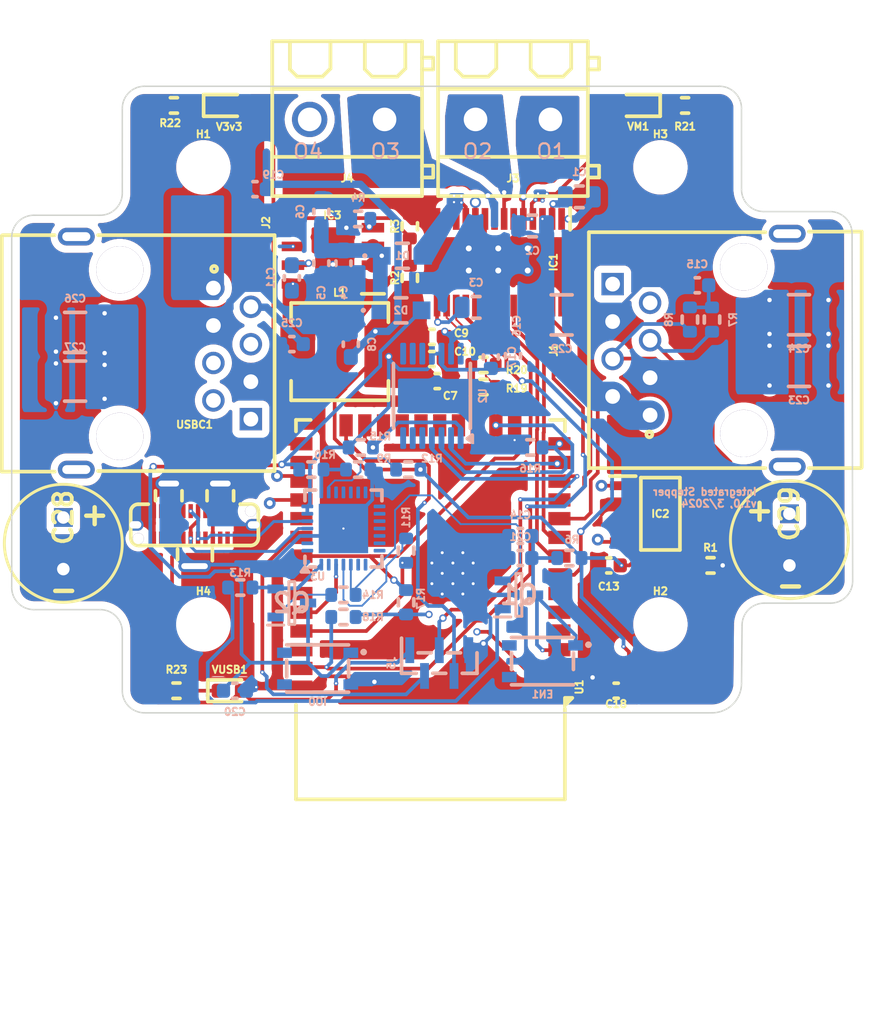
<source format=kicad_pcb>
(kicad_pcb (version 20240108) (generator "pcbnew") (generator_version "8.0")
  (layers (0 "F.Cu" signal) (1 "In1.Cu" signal) (2 "In2.Cu" signal) (31 "B.Cu" signal) (34 "B.Paste" user) (35 "F.Paste" user) (36 "B.SilkS" user "B.Silkscreen") (37 "F.SilkS" user "F.Silkscreen") (38 "B.Mask" user) (39 "F.Mask" user) (44 "Edge.Cuts" user))
  (net 0 "")
  (net 1 "Net-(IC1-CP2)")
  (net 2 "Net-(IC1-CP1)")
  (net 3 "VCC")
  (net 4 "Net-(IC1-VCP)")
  (net 5 "GND")
  (net 6 "Net-(IC1-V3P3OUT)")
  (net 7 "VIN")
  (net 8 "3V3_VCC")
  (net 9 "Net-(IC3-BOOT)")
  (net 10 "Net-(IC3-SW)")
  (net 11 "EN")
  (net 12 "Net-(C15-Pad1)")
  (net 13 "IO0")
  (net 17 "/DRV8844/NFAULT")
  (net 18 "/DRV8844/NSLEEP")
  (net 19 "/DRV8844/NRESET")
  (net 20 "/DRV8844/IN4")
  (net 21 "/DRV8844/IN1")
  (net 22 "/DRV8844/IN2")
  (net 23 "/DRV8844/OUT1")
  (net 24 "/DRV8844/OUT4")
  (net 25 "/DRV8844/OUT3")
  (net 26 "/DRV8844/IN3")
  (net 27 "/DRV8844/OUT2")
  (net 29 "Net-(IC2-RS)")
  (net 31 "CANH")
  (net 32 "CANL")
  (net 33 "Net-(IC3-RT{slash}SYNC)")
  (net 34 "Net-(IC3-FB)")
  (net 41 "/ESP32_MCU/ENC-")
  (net 42 "/ESP32_MCU/ENC_IND")
  (net 43 "/ESP32_MCU/ENC+")
  (net 44 "Net-(Q1-B)")
  (net 45 "RTS")
  (net 46 "DTR")
  (net 47 "Net-(Q2-B)")
  (net 48 "Net-(U3-VBUS)")
  (net 49 "TX")
  (net 50 "Net-(U1-TXD0{slash}IO1)")
  (net 51 "Net-(U3-~{RST})")
  (net 52 "/ESP32_MCU/M_CS0")
  (net 53 "/ESP32_MCU/M_MISO")
  (net 54 "/DRV8844/3V3_VCC")
  (net 55 "Net-(VM1-K)")
  (net 56 "Net-(V3v3-K)")
  (net 57 "/ESP32_MCU/I2C_SCL")
  (net 66 "/ESP32_MCU/I2C_SDA")
  (net 67 "/ESP32_MCU/M_MOSI")
  (net 68 "RX")
  (net 73 "/ESP32_MCU/M_SCLK")
  (net 74 "/Magnetic_Encoder/M_PWM")
  (net 98 "Net-(VUSB1-K)")
  (net 99 "/CAN_Transciever/CAN_RX")
  (net 100 "/CAN_Transciever/CAN_TX")
  (net 101 "V_USB")
  (net 102 "USB_D-")
  (net 103 "USB_D+")
  (net 116 "unconnected-(IC3-PG-Pad6)")
  (net 117 "/DRV8844/EN2")
  (net 118 "/DRV8844/EN4")
  (footprint "Capacitor_SMD:C_0603_1608Metric_Pad1.08x0.95mm_HandSolder" (layer "F.Cu") (at 121 118.5)
    (property "Reference" "C10")
    (property "Value" "10uf")
  )
  (footprint "Resistor_SMD:R_0603_1608Metric" (layer "F.Cu") (at 139.9 132.5)
    (property "Reference" "R1")
    (property "Value" "10k")
  )
  (footprint "Capacitor_SMD:C_0603_1608Metric" (layer "F.Cu") (at 133 132.5 180)
    (property "Reference" "C13")
    (property "Value" "0.1uF")
  )
  (footprint "Resistor_SMD:R_0603_1608Metric" (layer "F.Cu") (at 119.5 109.5 90)
    (property "Reference" "R3")
    (property "Value" "64.9k")
  )
  (footprint "SamacSys_Parts:SOP65P640X120-29N" (layer "F.Cu") (at 125.575 111.938 -90)
    (property "Reference" "IC1")
    (property "Value" "DRV8844PWPR" (hide yes))
  )
  (footprint "Resistor_SMD:R_0603_1608Metric" (layer "F.Cu") (at 124.5 118.9)
    (property "Reference" "R20")
    (property "Value" "2k")
  )
  (footprint "SamacSys_Parts:SOIC127P600X170-9N" (layer "F.Cu") (at 114.288 111.5 180)
    (property "Reference" "IC3")
    (property "Value" "LMR38020FSQDDARQ1" (hide yes))
  )
  (footprint "SamacSys_Parts:SOT127P600X175-8N" (layer "F.Cu") (at 136.5 129)
    (property "Reference" "IC2")
    (property "Value" "SN65HVD230DR" (hide yes))
  )
  (footprint "easyeda2kicad:CONN-TH_P5.08_KF128-5.08-2P" (layer "F.Cu") (at 126.5 102.25 180)
    (property "Reference" "J3")
    (property "Value" "Screw_Terminal_01x02")
  )
  (footprint "easyeda2kicad:IND-SMD_L7.2-W6.6_GPSR07X0" (layer "F.Cu") (at 114.75 118)
    (property "Reference" "L1")
    (property "Value" "10uH")
  )
  (footprint "easyeda2kicad:USB-C-SMD_TYPE-C-USB-3" (layer "F.Cu") (at 104.9 129.75)
    (property "Reference" "USBC1")
    (property "Value" "TYPE-C 3.1_C168690")
  )
  (footprint "MountingHole:MountingHole_3.2mm_M3" (layer "F.Cu") (at 136.5 105.5)
    (property "Reference" "H3")
    (property "Value" "MountingHole_Pad")
  )
  (footprint "SamacSys_Parts:CAPPRD350W65D800H1650" (layer "F.Cu") (at 145.25 129 -90)
    (property "Reference" "C29")
    (property "Value" "100uF" (hide yes))
  )
  (footprint "MountingHole:MountingHole_3.2mm_M3" (layer "F.Cu") (at 105.5 105.5)
    (property "Reference" "H1")
    (property "Value" "MountingHole_Pad")
  )
  (footprint "easyeda2kicad:CONN-TH_P5.08_KF128-5.08-2P" (layer "F.Cu") (at 115.25 102.25 180)
    (property "Reference" "J4")
    (property "Value" "Screw_Terminal_01x02")
  )
  (footprint "Resistor_SMD:R_0603_1608Metric" (layer "F.Cu") (at 119.5 113 90)
    (property "Reference" "R2")
    (property "Value" "154k")
  )
  (footprint "LED_SMD:LED_0603_1608Metric" (layer "F.Cu") (at 107.2875 141)
    (property "Reference" "VUSB1")
    (property "Value" "LED")
  )
  (footprint "Resistor_SMD:R_0603_1608Metric" (layer "F.Cu") (at 103.675 141)
    (property "Reference" "R23")
    (property "Value" "500")
  )
  (footprint "MountingHole:MountingHole_3.2mm_M3" (layer "F.Cu") (at 105.5 136.5)
    (property "Reference" "H4")
    (property "Value" "MountingHole_Pad")
  )
  (footprint "Resistor_SMD:R_0603_1608Metric" (layer "F.Cu") (at 138.175 101.3 180)
    (property "Reference" "R21")
    (property "Value" "10K")
  )
  (footprint "Capacitor_SMD:C_0603_1608Metric_Pad1.08x0.95mm_HandSolder" (layer "F.Cu") (at 121 117)
    (property "Reference" "C9")
    (property "Value" "1uF")
  )
  (footprint "SamacSys_Parts:CAPPRD350W65D800H1650" (layer "F.Cu") (at 96 129.25 -90)
    (property "Reference" "C28")
    (property "Value" "100uF" (hide yes))
  )
  (footprint "easyeda2kicad:RJ45-TH_KH-RJ45-58-8P8C" (layer "F.Cu") (at 102.8 118.1 -90)
    (property "Reference" "J2")
    (property "Value" "8P8C")
  )
  (footprint "Resistor_SMD:R_0603_1608Metric" (layer "F.Cu") (at 124.5 120.4)
    (property "Reference" "R19")
    (property "Value" "2k")
  )
  (footprint "LED_SMD:LED_0603_1608Metric" (layer "F.Cu") (at 135 101.3 180)
    (property "Reference" "VM1")
    (property "Value" "LED")
  )
  (footprint "Resistor_SMD:R_0603_1608Metric" (layer "F.Cu") (at 103.5 101.3)
    (property "Reference" "R22")
    (property "Value" "500")
  )
  (footprint "easyeda2kicad:RJ45-TH_KH-RJ45-58-8P8C" (layer "F.Cu") (at 139.18 117.9 90)
    (property "Reference" "J1")
    (property "Value" "8P8C")
  )
  (footprint "Capacitor_SMD:C_0603_1608Metric_Pad1.08x0.95mm_HandSolder" (layer "F.Cu") (at 121.3625 120)
    (property "Reference" "C7")
    (property "Value" "10uf")
  )
  (footprint "RF_Module:ESP32-WROOM-32D" (layer "F.Cu") (at 120.9 132.51 180)
    (property "Reference" "U1")
    (property "Value" "ESP32-WROOM-32E")
  )
  (footprint "Capacitor_SMD:C_0603_1608Metric" (layer "F.Cu") (at 133.5 141 180)
    (property "Reference" "C18")
    (property "Value" "0.1uF")
  )
  (footprint "MountingHole:MountingHole_3.2mm_M3" (layer "F.Cu") (at 136.5 136.5)
    (property "Reference" "H2")
    (property "Value" "MountingHole_Pad")
  )
  (footprint "LED_SMD:LED_0603_1608Metric" (layer "F.Cu") (at 107 101.3)
    (property "Reference" "V3v3")
    (property "Value" "LED")
  )
  (footprint "Capacitor_SMD:C_0603_1608Metric" (layer "B.Cu") (at 139 113.5 180)
    (property "Reference" "C15")
    (property "Value" "4.7nF")
  )
  (footprint "Resistor_SMD:R_0603_1608Metric" (layer "B.Cu") (at 112.825 126 180)
    (property "Reference" "R10")
    (property "Value" "22.1k")
  )
  (footprint "Capacitor_SMD:C_1210_3225Metric" (layer "B.Cu") (at 96.8 116.7 180)
    (property "Reference" "C26")
    (property "Value" "10uF")
  )
  (footprint "Capacitor_SMD:C_0603_1608Metric_Pad1.08x0.95mm_HandSolder" (layer "B.Cu") (at 113.5 108.5 -90)
    (property "Reference" "C6")
    (property "Value" "100nf")
  )
  (footprint "Resistor_SMD:R_0603_1608Metric" (layer "B.Cu") (at 115 136 180)
    (property "Reference" "R18")
    (property "Value" "2k")
  )
  (footprint "Capacitor_SMD:C_0603_1608Metric" (layer "B.Cu") (at 111.5 117.49 180)
    (property "Reference" "C25")
    (property "Value" "10uF")
  )
  (footprint "SamacSys_Parts:SOT95P240X115-3N" (layer "B.Cu") (at 126.9 134.5)
    (property "Reference" "Q1")
    (property "Value" "SS8050-G" (hide yes))
  )
  (footprint "SamacSys_Parts:SOT95P240X115-3N" (layer "B.Cu") (at 111.5 135.05)
    (property "Reference" "Q2")
    (property "Value" "SS8050-G" (hide yes))
  )
  (footprint "Capacitor_SMD:C_0603_1608Metric_Pad1.08x0.95mm_HandSolder" (layer "B.Cu") (at 113.5 112 90)
    (property "Reference" "C5")
    (property "Value" "1uF")
  )
  (footprint "Connector_PinHeader_1.00mm:PinHeader_1x05_P1.00mm_Vertical_SMD_Pin1Left" (layer "B.Cu") (at 121.5 139.125 -90)
    (property "Reference" "J5")
    (property "Value" "Conn_01x05_Socket")
  )
  (footprint "Capacitor_SMD:C_0603_1608Metric_Pad1.08x0.95mm_HandSolder" (layer "B.Cu") (at 115 112 90)
    (property "Reference" "C4")
    (property "Value" "10uf")
  )
  (footprint "Capacitor_SMD:C_0805_2012Metric" (layer "B.Cu") (at 127.825 109.475)
    (property "Reference" "C2")
    (property "Value" "0.1uF")
  )
  (footprint "Resistor_SMD:R_0603_1608Metric" (layer "B.Cu") (at 119.25 131.5 -90)
    (property "Reference" "R11")
    (property "Value" "10")
  )
  (footprint "Resistor_SMD:R_0603_1608Metric" (layer "B.Cu") (at 138.5 115.825 -90)
    (property "Reference" "R8")
    (property "Value" "60")
  )
  (footprint "Capacitor_SMD:C_0805_2012Metric" (layer "B.Cu") (at 131 107.5 180)
    (property "Reference" "C1")
    (property "Value" "0.01uF")
  )
  (footprint "SamacSys_Parts:PMEG6020ER115" (layer "B.Cu") (at 119 111.5)
    (property "Reference" "D1")
    (property "Value" "PMEG6020ER,115" (hide yes))
  )
  (footprint "Resistor_SMD:R_0603_1608Metric" (layer "B.Cu") (at 115 134.5 180)
    (property "Reference" "R14")
    (property "Value" "10k")
  )
  (footprint "Capacitor_SMD:C_1210_3225Metric" (layer "B.Cu") (at 96.8 120 180)
    (property "Reference" "C27")
    (property "Value" "10uF")
  )
  (footprint "Capacitor_SMD:C_0603_1608Metric" (layer "B.Cu") (at 109 106.98 180)
    (property "Reference" "C19")
    (property "Value" "10uF")
  )
  (footprint "Capacitor_SMD:C_0603_1608Metric_Pad1.08x0.95mm_HandSolder" (layer "B.Cu") (at 111.5 113 -90)
    (property "Reference" "C11")
    (property "Value" "0.1uF")
  )
  (footprint "Capacitor_SMD:C_0603_1608Metric" (layer "B.Cu") (at 127 132 180)
    (property "Reference" "C21")
    (property "Value" "0.1uF")
  )
  (footprint "Resistor_SMD:R_0603_1608Metric" (layer "B.Cu") (at 116.175 124.5 180)
    (property "Reference" "R15")
    (property "Value" "2k")
  )
  (footprint "Resistor_SMD:R_0603_1608Metric" (layer "B.Cu") (at 116 109 180)
    (property "Reference" "R4")
    (property "Value" "64.9k")
  )
  (footprint "Capacitor_SMD:C_0603_1608Metric_Pad1.08x0.95mm_HandSolder" (layer "B.Cu") (at 115.5 117.5 90)
    (property "Reference" "C8")
    (property "Value" "100nf")
  )
  (footprint "Capacitor_SMD:C_0603_1608Metric" (layer "B.Cu") (at 126.5 118.275 90)
    (property "Reference" "C16")
    (property "Value" "10uF")
  )
  (footprint "Capacitor_SMD:C_1210_3225Metric" (layer "B.Cu") (at 129.8 115.51)
    (property "Reference" "C22")
    (property "Value" "22uF")
  )
  (footprint "Capacitor_SMD:C_0805_2012Metric" (layer "B.Cu") (at 124 115 180)
    (property "Reference" "C3")
    (property "Value" "0.01uF")
  )
  (footprint "Capacitor_SMD:C_0603_1608Metric" (layer "B.Cu") (at 127 130.5 180)
    (property "Reference" "C14")
    (property "Value" "0.1uF")
  )
  (footprint "Resistor_SMD:R_0603_1608Metric" (layer "B.Cu") (at 130.325 132 180)
    (property "Reference" "R6")
    (property "Value" "10k")
  )
  (footprint "Resistor_SMD:R_0603_1608Metric" (layer "B.Cu") (at 108 134 180)
    (property "Reference" "R13")
    (property "Value" "10k")
  )
  (footprint "Capacitor_SMD:C_1210_3225Metric" (layer "B.Cu") (at 145.9 115.5)
    (property "Reference" "C24")
    (property "Value" "10uF")
  )
  (footprint "Resistor_SMD:R_0603_1608Metric" (layer "B.Cu") (at 116 126)
    (property "Reference" "R9")
    (property "Value" "47.5k")
  )
  (footprint "SamacSys_Parts:PTS815SJM250SMTRLFS" (layer "B.Cu") (at 113.25 139.5 180)
    (property "Reference" "IO0")
    (property "Value" "PTS815_SJG_250_SMTR_LFS" (hide yes))
  )
  (footprint "SamacSys_Parts:PTS815SJM250SMTRLFS" (layer "B.Cu") (at 128.5 139 180)
    (property "Reference" "EN1")
    (property "Value" "PTS815_SJG_250_SMTR_LFS" (hide yes))
  )
  (footprint "Package_SO:TSSOP-14_4.4x5mm_P0.65mm" (layer "B.Cu") (at 121 121 90)
    (property "Reference" "U2")
    (property "Value" "AS5048A")
  )
  (footprint "Capacitor_SMD:C_1210_3225Metric" (layer "B.Cu") (at 145.9 119)
    (property "Reference" "C23")
    (property "Value" "22uF")
  )
  (footprint "Resistor_SMD:R_0603_1608Metric" (layer "B.Cu") (at 127.675 124.5)
    (property "Reference" "R16")
    (property "Value" "2k")
  )
  (footprint "Capacitor_SMD:C_0603_1608Metric" (layer "B.Cu") (at 107.6375 141)
    (property "Reference" "C20")
    (property "Value" "0.1uF")
  )
  (footprint "Resistor_SMD:R_0603_1608Metric" (layer "B.Cu") (at 119.4 126)
    (property "Reference" "R12")
    (property "Value" "2k")
  )
  (footprint "Capacitor_SMD:C_0603_1608Metric" (layer "B.Cu") (at 125 118.3625 90)
    (property "Reference" "C17")
    (property "Value" "0.1uF")
  )
  (footprint "Resistor_SMD:R_0603_1608Metric" (layer "B.Cu") (at 119.25 135 90)
    (property "Reference" "R17")
    (property "Value" "2k")
  )
  (footprint "Resistor_SMD:R_0603_1608Metric" (layer "B.Cu") (at 140 115.825 90)
    (property "Reference" "R7")
    (property "Value" "60")
  )
  (footprint "Package_DFN_QFN:QFN-28-1EP_5x5mm_P0.5mm_EP3.35x3.35mm" (layer "B.Cu") (at 115 130)
    (property "Reference" "U3")
    (property "Value" "CP2102N-Axx-xQFN28")
  )
  (footprint "SamacSys_Parts:PMEG6020ER115" (layer "B.Cu") (at 118.9 115.2)
    (property "Reference" "D2")
    (property "Value" "PMEG6020ER,115" (hide yes))
  )
  (gr_line (start 94 135.5) (end 98.5 135.5) (stroke (width 0.1)) (layer "Edge.Cuts"))
  (gr_arc (start 142.001851 140.499999) (mid 141.416065 141.914213) (end 140.001851 142.499999) (stroke (width 0.1)) (layer "Edge.Cuts"))
  (gr_line (start 100 137) (end 99.999999 141.000001) (stroke (width 0.1)) (layer "Edge.Cuts"))
  (gr_line (start 92.5 110.25) (end 92.5 134) (stroke (width 0.1)) (layer "Edge.Cuts"))
  (gr_arc (start 101.499999 142.500001) (mid 100.439339 142.060661) (end 99.999999 141.000001) (stroke (width 0.1)) (layer "Edge.Cuts"))
  (gr_arc (start 143.501852 108.5) (mid 142.441192 108.06066) (end 142.001852 107) (stroke (width 0.1)) (layer "Edge.Cuts"))
  (gr_arc (start 140.501851 100.001851) (mid 141.562511 100.441191) (end 142.001851 101.501851) (stroke (width 0.1)) (layer "Edge.Cuts"))
  (gr_arc (start 94 135.5) (mid 92.93934 135.06066) (end 92.5 134) (stroke (width 0.1)) (layer "Edge.Cuts"))
  (gr_line (start 143.501852 108.5) (end 148.001852 108.5) (stroke (width 0.1)) (layer "Edge.Cuts"))
  (gr_line (start 142 101.5) (end 142.001852 107) (stroke (width 0.1)) (layer "Edge.Cuts"))
  (gr_arc (start 92.5 110.25) (mid 92.93934 109.18934) (end 94 108.75) (stroke (width 0.1)) (layer "Edge.Cuts"))
  (gr_arc (start 142.03934 136.56066) (mid 142.47868 135.5) (end 143.53934 135.06066) (stroke (width 0.1)) (layer "Edge.Cuts"))
  (gr_line (start 149.53934 133.56066) (end 149.5 110) (stroke (width 0.1)) (layer "Edge.Cuts"))
  (gr_arc (start 98.5 135.5) (mid 99.56066 135.93934) (end 100 137) (stroke (width 0.1)) (layer "Edge.Cuts"))
  (gr_line (start 100 107.25) (end 100.001851 101.501851) (stroke (width 0.1)) (layer "Edge.Cuts"))
  (gr_line (start 140 142.5) (end 101.5 142.5) (stroke (width 0.1)) (layer "Edge.Cuts"))
  (gr_arc (start 100.001851 101.501851) (mid 100.441191 100.441191) (end 101.501851 100.001851) (stroke (width 0.1)) (layer "Edge.Cuts"))
  (gr_line (start 94 108.75) (end 98.5 108.75) (stroke (width 0.1)) (layer "Edge.Cuts"))
  (gr_arc (start 100 107.25) (mid 99.56066 108.31066) (end 98.5 108.75) (stroke (width 0.1)) (layer "Edge.Cuts"))
  (gr_arc (start 149.53934 133.56066) (mid 149.1 134.62132) (end 148.03934 135.06066) (stroke (width 0.1)) (layer "Edge.Cuts"))
  (gr_line (start 143.53934 135.06066) (end 148.03934 135.06066) (stroke (width 0.1)) (layer "Edge.Cuts"))
  (gr_line (start 101.501851 100.001851) (end 140.501851 100.001851) (stroke (width 0.1)) (layer "Edge.Cuts"))
  (gr_arc (start 148.001852 108.5) (mid 149.062512 108.93934) (end 149.501852 110) (stroke (width 0.1)) (layer "Edge.Cuts"))
  (gr_line (start 142.001851 140.499999) (end 142.03934 136.56066) (stroke (width 0.1)) (layer "Edge.Cuts"))
  (gr_text "O1" (at 128 105 0) (layer "B.SilkS") (effects (font (size 1 1)) (justify left bottom)))
  (gr_text "Integrated Stepper " (at 143.1 127.8 0) (layer "B.SilkS") (effects (font (size 0.5 0.5)) (justify left bottom mirror)))
  (gr_text "O4" (at 111.5 105 0) (layer "B.SilkS") (effects (font (size 1 1)) (justify left bottom)))
  (gr_text "O3" (at 116.75 105 0) (layer "B.SilkS") (effects (font (size 1 1)) (justify left bottom)))
  (gr_text "v1.0, 3/2024" (at 143.1 128.6 0) (layer "B.SilkS") (effects (font (size 0.5 0.5)) (justify left bottom mirror)))
  (gr_text "O2" (at 123 105 0) (layer "B.SilkS") (effects (font (size 1 1)) (justify left bottom)))
  (gr_text "-" (at 144.2 134.7 0) (layer "F.SilkS") (effects (font (size 1.5 1.5) (thickness 0.3) (bold yes)) (justify left bottom)))
  (gr_text "-" (at 94.9 135 0) (layer "F.SilkS") (effects (font (size 1.5 1.5) (thickness 0.3) (bold yes)) (justify left bottom)))
  (gr_text "+" (at 97 129.9 0) (layer "F.SilkS") (effects (font (size 1.5 1.5) (thickness 0.3) (bold yes)) (justify left bottom)))
  (gr_text "+" (at 142.1 129.6 0) (layer "F.SilkS") (effects (font (size 1.5 1.5) (thickness 0.3) (bold yes)) (justify left bottom)))
  (segment (start 129.15 108.054672) (end 129.224925 107.979747) (width 0.25) (layer "F.Cu") (net 1))
  (segment (start 129.15 109) (end 129.15 108.054672) (width 0.25) (layer "F.Cu") (net 1))
  (via (at 129.224925 107.979747) (size 0.5) (drill 0.3) (layers "F.Cu" "B.Cu") (net 1))
  (segment (start 129.657753 107.979747) (end 130.1375 107.5) (width 0.5) (layer "B.Cu") (net 1))
  (segment (start 129.224925 107.979747) (end 129.657753 107.979747) (width 0.5) (layer "B.Cu") (net 1))
  (segment (start 129.8 109) (end 130.25 109) (width 0.25) (layer "F.Cu") (net 2))
  (via (at 130.25 109) (size 0.5) (drill 0.3) (layers "F.Cu" "B.Cu") (net 2))
  (segment (start 130.25 109) (end 130.75 109) (width 0.5) (layer "B.Cu") (net 2))
  (segment (start 130.75 109) (end 131.8625 107.8875) (width 0.5) (layer "B.Cu") (net 2))
  (segment (start 131.8625 107.8875) (end 131.8625 107.5) (width 0.5) (layer "B.Cu") (net 2))
  (segment (start 128.2 107.284663) (end 128.027554 107.457109) (width 0.25) (layer "F.Cu") (net 3))
  (segment (start 127.775002 107.95334) (end 127.775002 109) (width 0.25) (layer "F.Cu") (net 3))
  (segment (start 128.5 107.75) (end 128.450788 107.700788) (width 0.25) (layer "F.Cu") (net 3))
  (segment (start 122.968751 107.86) (end 122.5 107.86) (width 0.25) (layer "F.Cu") (net 3))
  (segment (start 128.2 107.284663) (end 128.783844 107.284663) (width 0.25) (layer "F.Cu") (net 3))
  (segment (start 128.027554 107.457109) (end 128.027554 107.700788) (width 0.25) (layer "F.Cu") (net 3))
  (segment (start 128.783844 107.284663) (end 128.8 107.300819) (width 0.25) (layer "F.Cu") (net 3))
  (segment (start 128.450788 107.700788) (end 128.027554 107.700788) (width 0.25) (layer "F.Cu") (net 3))
  (segment (start 122.5 107.425912) (end 122.983844 107.425912) (width 0.25) (layer "F.Cu") (net 3))
  (segment (start 128.8 107.300819) (end 129.429181 107.300819) (width 0.25) (layer "F.Cu") (net 3))
  (segment (start 134.2125 102.5175) (end 134.2125 101) (width 0.25) (layer "F.Cu") (net 3))
  (segment (start 123 107.891249) (end 123.3 108.191249) (width 0.25) (layer "F.Cu") (net 3))
  (segment (start 128.5 107.600819) (end 128.8 107.300819) (width 0.25) (layer "F.Cu") (net 3))
  (segment (start 122.5 107.425912) (end 122.5 107.86) (width 0.25) (layer "F.Cu") (net 3))
  (segment (start 128.5 107.75) (end 128.5 107.600819) (width 0.25) (layer "F.Cu") (net 3))
  (segment (start 128.027554 107.700788) (end 127.775002 107.95334) (width 0.25) (layer "F.Cu") (net 3))
  (segment (start 123 107.891249) (end 122.968751 107.86) (width 0.25) (layer "F.Cu") (net 3))
  (segment (start 123 107.442068) (end 123 107.891249) (width 0.25) (layer "F.Cu") (net 3))
  (segment (start 122.983844 107.425912) (end 123 107.442068) (width 0.25) (layer "F.Cu") (net 3))
  (segment (start 129.429181 107.300819) (end 134.2125 102.5175) (width 0.25) (layer "F.Cu") (net 3))
  (segment (start 123.3 108.191249) (end 123.3 109) (width 0.25) (layer "F.Cu") (net 3))
  (via (at 128.8 107.300819) (size 0.3) (drill 0.15) (layers "F.Cu" "B.Cu") (net 3))
  (via (at 122.5 107.86) (size 0.3) (drill 0.15) (layers "F.Cu" "B.Cu") (net 3))
  (via (at 98.8 118.1) (size 0.5) (drill 0.3) (layers "F.Cu" "B.Cu") (net 3))
  (via (at 127.775002 109) (size 0.3) (drill 0.15) (layers "F.Cu" "B.Cu") (net 3))
  (via (at 98.8 115.4) (size 0.5) (drill 0.3) (layers "F.Cu" "B.Cu") (net 3))
  (via (at 143.9 114.5) (size 0.5) (drill 0.3) (layers "F.Cu" "B.Cu") (net 3))
  (via (at 98.8 118.9) (size 0.5) (drill 0.3) (layers "F.Cu" "B.Cu") (net 3))
  (via (at 143.9 116.8) (size 0.5) (drill 0.3) (layers "F.Cu" "B.Cu") (net 3))
  (via (at 128.5 107.75) (size 0.3) (drill 0.15) (layers "F.Cu" "B.Cu") (net 3))
  (via (at 123 107.442068) (size 0.3) (drill 0.15) (layers "F.Cu" "B.Cu") (net 3))
  (via (at 143.9 117.6) (size 0.5) (drill 0.3) (layers "F.Cu" "B.Cu") (net 3))
  (via (at 143.9 120.3) (size 0.5) (drill 0.3) (layers "F.Cu" "B.Cu") (net 3))
  (via (at 98.8 121.2) (size 0.5) (drill 0.3) (layers "F.Cu" "B.Cu") (net 3))
  (via (at 128.2 107.284663) (size 0.3) (drill 0.15) (layers "F.Cu" "B.Cu") (net 3))
  (via (at 122.5 107.425912) (size 0.3) (drill 0.15) (layers "F.Cu" "B.Cu") (net 3))
  (via (at 123 107.891249) (size 0.3) (drill 0.15) (layers "F.Cu" "B.Cu") (net 3))
  (via (at 128.027554 107.700788) (size 0.3) (drill 0.15) (layers "F.Cu" "B.Cu") (net 3))
  (segment (start 109.7725 114.9875) (end 108.64 114.9875) (width 0.5) (layer "B.Cu") (net 3))
  (segment (start 132.185198 121.04) (end 128.325 117.179802) (width 2) (layer "B.Cu") (net 3))
  (segment (start 135.8 122.31) (end 134.53 122.31) (width 2) (layer "B.Cu") (net 3))
  (segment (start 133.26 121.04) (end 132.185198 121.04) (width 2) (layer "B.Cu") (net 3))
  (segment (start 136.1175 122.5) (end 135.9 122.2825) (width 1) (layer "B.Cu") (net 3))
  (segment (start 128.325 117.179802) (end 128.325 115.51) (width 2) (layer "B.Cu") (net 3))
  (segment (start 127.775002 109) (end 126.8 109) (width 0.25) (layer "B.Cu") (net 3))
  (segment (start 134.53 122.31) (end 133.26 121.04) (width 2) (layer "B.Cu") (net 3))
  (segment (start 112.275 117.49) (end 109.7725 114.9875) (width 0.5) (layer "B.Cu") (net 3))
  (segment (start 126.8 109) (end 126.55 108.75) (width 0.25) (layer "B.Cu") (net 3))
  (via (at 128.5 109) (size 0.3) (drill 0.15) (layers "F.Cu" "B.Cu") (net 4))
  (segment (start 109.08504 140.76) (end 108.52504 140.2) (width 0.25) (layer "F.Cu") (net 5))
  (segment (start 129.8 114.876) (end 129.8 113.8885) (width 0.25) (layer "F.Cu") (net 5))
  (segment (start 116.725 140.025) (end 113.465 140.025) (width 0.25) (layer "F.Cu") (net 5))
  (segment (start 115.2 109.6) (end 115.2 110.588) (width 0.5) (layer "F.Cu") (net 5))
  (segment (start 134.7 133.3) (end 135.95 132.05) (width 0.25) (layer "F.Cu") (net 5))
  (segment (start 108.8375 140.51246) (end 109.08504 140.76) (width 0.25) (layer "F.Cu") (net 5))
  (segment (start 102.15 129.7) (end 102.15 129.6) (width 0.25) (layer "F.Cu") (net 5))
  (segment (start 131.24 140.76) (end 131.9 140.1) (width 0.25) (layer "F.Cu") (net 5))
  (segment (start 123.95 114.876) (end 123.95 112.95) (width 0.25) (layer "F.Cu") (net 5))
  (segment (start 117 113.405) (end 116.193 113.405) (width 0.5) (layer "F.Cu") (net 5))
  (segment (start 123.95 112.95) (end 123.5 112.5) (width 0.25) (layer "F.Cu") (net 5))
  (segment (start 132.9375 133.3) (end 134.7 133.3) (width 0.25) (layer "F.Cu") (net 5))
  (segment (start 140.725 132.5) (end 139.925 133.3) (width 0.25) (layer "F.Cu") (net 5))
  (segment (start 132.6375 141) (end 129.89 141) (width 0.25) (layer "F.Cu") (net 5))
  (segment (start 102.14 129.61) (end 102.15 129.6) (width 0.25) (layer "F.Cu") (net 5))
  (segment (start 139 101) (end 139 109.75) (width 0.25) (layer "F.Cu") (net 5))
  (segment (start 133.36 115.39) (end 133.36 115.9325) (width 0.25) (layer "F.Cu") (net 5))
  (segment (start 139 109.75) (end 133.36 115.39) (width 0.25) (layer "F.Cu") (net 5))
  (segment (start 126.55 110.963) (end 125.575 111.938) (width 0.25) (layer "F.Cu") (net 5))
  (segment (start 107.68 129.8) (end 107.68 131.42) (width 0.25) (layer "F.Cu") (net 5))
  (segment (start 123 121.4) (end 126.5 121.4) (width 0.5) (layer "F.Cu") (net 5))
  (segment (start 108.8375 136.4875) (end 108.8375 140.51246) (width 0.25) (layer "F.Cu") (net 5))
  (segment (start 134.902076 141.8) (end 133.4375 141.8) (width 0.25) (layer "F.Cu") (net 5))
  (segment (start 107.68 127.88) (end 106.818198 127.018198) (width 0.25) (layer "F.Cu") (net 5))
  (segment (start 108.05 129.75) (end 108.91 129.75) (width 0.25) (layer "F.Cu") (net 5))
  (segment (start 132.1375 132.5) (end 132.9375 133.3) (width 0.25) (layer "F.Cu") (net 5))
  (segment (start 122.225 120) (end 122.225 117.3625) (width 0.5) (layer "F.Cu") (net 5))
  (segment (start 108.52504 140.2) (end 103.65 140.2) (width 0.25) (layer "F.Cu") (net 5))
  (segment (start 106.55 132.55) (end 104.9 132.55) (width 0.25) (layer "F.Cu") (net 5))
  (segment (start 113.465 140.025) (end 112.73 140.76) (width 0.25) (layer "F.Cu") (net 5))
  (segment (start 135.95 129.45) (end 134.865 128.365) (width 0.25) (layer "F.Cu") (net 5))
  (segment (start 139.925 133.3) (end 134.7 133.3) (width 0.25) (layer "F.Cu") (net 5))
  (segment (start 116.193 113.405) (end 114.288 111.5) (width 0.5) (layer "F.Cu") (net 5))
  (segment (start 115.2 110.588) (end 114.288 111.5) (width 0.5) (layer "F.Cu") (net 5))
  (segment (start 126.61 121.51) (end 126.61 123) (width 0.5) (layer "F.Cu") (net 5))
  (segment (start 117.1 140.4) (end 116.725 140.025) (width 0.25) (layer "F.Cu") (net 5))
  (segment (start 124.6 110.1) (end 125.5 111) (width 0.25) (layer "F.Cu") (net 5))
  (segment (start 133.4375 141.8) (end 132.6375 141) (width 0.25) (layer "F.Cu") (net 5))
  (segment (start 102.1 129.75) (end 102.15 129.7) (width 0.25) (layer "F.Cu") (net 5))
  (segment (start 117.46 140.76) (end 117.1 140.4) (width 0.25) (layer "F.Cu") (net 5))
  (segment (start 129.89 141) (end 129.65 140.76) (width 0.25) (layer "F.Cu") (net 5))
  (segment (start 106.818198 127.018198) (end 106.768198 127.068198) (width 0.25) (layer "F.Cu") (net 5))
  (segment (start 121.1 108.75) (end 121.35 109) (width 0.25) (layer "F.Cu") (net 5))
  (segment (start 129.65 140.76) (end 117.46 140.76) (width 0.25) (layer "F.Cu") (net 5))
  (segment (start 103.15 126.95) (end 103.275 127.075) (width 0.25) (layer "F.Cu") (net 5))
  (segment (start 134.865 128.365) (end 133.95 128.365) (width 0.25) (layer "F.Cu") (net 5))
  (segment (start 122.225 120) (end 122.225 120.625) (width 0.5) (layer "F.Cu") (net 5))
  (segment (start 128.4115 112.5) (end 127.5 112.5) (width 0.25) (layer "F.Cu") (net 5))
  (segment (start 124.6 109) (end 124.6 110.1) (width 0.25) (layer "F.Cu") (net 5))
  (segment (start 102.15 127.95) (end 103.15 126.95) (width 0.25) (layer "F.Cu") (net 5))
  (segment (start 132.1375 135.3375) (end 135.225 138.425) (width 0.25) (layer "F.Cu") (net 5))
  (segment (start 122.225 120.625) (end 123 121.4) (width 0.5) (layer "F.Cu") (net 5))
  (segment (start 121.35 109) (end 121.35 109.9875) (width 0.25) (layer "F.Cu") (net 5))
  (segment (start 126.5 121.4) (end 126.61 121.51) (width 0.5) (layer "F.Cu") (net 5))
  (segment (start 126.55 109) (end 126.55 110.963) (width 0.25) (layer "F.Cu") (net 5))
  (segment (start 100.89 129.75) (end 102.1 129.75) (width 0.25) (layer "F.Cu") (net 5))
  (segment (start 129.65 140.76) (end 127.46 140.76) (width 0.25) (layer "F.Cu") (net 5))
  (segment (start 107.68 127.88) (end 107.68 129.8) (width 0.25) (layer "F.Cu") (net 5))
  (segment (start 127.46 140.76) (end 124.5 137.8) (width 0.25) (layer "F.Cu") (net 5))
  (segment (start 132.1375 132.5) (end 132.1375 135.3375) (width 0.25) (layer "F.Cu") (net 5))
  (segment (start 108 129.8) (end 108.05 129.75) (width 0.25) (layer "F.Cu") (net 5))
  (segment (start 122.225 117.3625) (end 121.8625 117) (width 0.5) (layer "F.Cu") (net 5))
  (segment (start 135.225 141.477076) (end 134.902076 141.8) (width 0.25) (layer "F.Cu") (net 5))
  (segment (start 122.3625 111) (end 123.5 111) (width 0.25) (layer "F.Cu") (net 5))
  (segment (start 135.95 132.05) (end 135.95 129.45) (width 0.25) (layer "F.Cu") (net 5))
  (segment (start 119.5 108.75) (end 121.1 108.75) (width 0.25) (layer "F.Cu") (net 5))
  (segment (start 112.15 140.76) (end 109.08504 140.76) (width 0.25) (layer "F.Cu") (net 5))
  (segment (start 129.65 140.76) (end 131.24 140.76) (width 0.25) (layer "F.Cu") (net 5))
  (segment (start 121.35 109.9875) (end 122.3625 111) (width 0.25) (layer "F.Cu") (net 5))
  (segment (start 107.68 129.8) (end 108 129.8) (width 0.25) (layer "F.Cu") (net 5))
  (segment (start 103.65 140.2) (end 102.85 141) (width 0.25) (layer "F.Cu") (net 5))
  (segment (start 107.68 131.42) (end 106.55 132.55) (width 0.25) (layer "F.Cu") (net 5))
  (segment (start 126.61 124) (end 126.61 123) (width 0.25) (layer "F.Cu") (net 5))
  (segment (start 102.15 129.6) (end 102.15 127.95) (width 0.25) (layer "F.Cu") (net 5))
  (segment (start 135.225 138.425) (end 135.225 141.477076) (width 0.25) (layer "F.Cu") (net 5))
  (segment (start 102.14 130.68) (end 102.14 129.61) (width 0.25) (layer "F.Cu") (net 5))
  (segment (start 129.8 113.8885) (end 128.4115 112.5) (width 0.25) (layer "F.Cu") (net 5))
  (segment (start 112.73 140.76) (end 112.15 140.76) (width 0.25) (layer "F.Cu") (net 5))
  (segment (start 104.9 132.55) (end 108.8375 136.4875) (width 0.25) (layer "F.Cu") (net 5))
  (via (at 95.5 115.7) (size 0.5) (drill 0.3) (layers "F.Cu" "B.Cu") (net 5))
  (via (at 131.9 140.1) (size 0.5) (drill 0.3) (layers "F.Cu" "B.Cu") (net 5))
  (via (at 95.5 118) (size 0.5) (drill 0.3) (layers "F.Cu" "B.Cu") (net 5))
  (via (at 117.1 140.4) (size 0.5) (drill 0.3) (layers "F.Cu" "B.Cu") (net 5))
  (via (at 95.5 118.8) (size 0.5) (drill 0.3) (layers "F.Cu" "B.Cu") (net 5))
  (via (at 95.5 121.5) (size 0.5) (drill 0.3) (layers "F.Cu" "B.Cu") (net 5))
  (via (at 115 130) (size 0.3) (drill 0.15) (layers "F.Cu" "B.Cu") (net 5))
  (via (at 127.5 111) (size 0.8) (drill 0.4) (layers "F.Cu" "B.Cu") (net 5))
  (via (at 121.871839 116.6275) (size 0.5) (drill 0.3) (layers "F.Cu" "B.Cu") (net 5))
  (via (at 123.5 112.5) (size 0.8) (drill 0.4) (layers "F.Cu" "B.Cu") (net 5))
  (via (at 147.9 117.6) (size 0.5) (drill 0.3) (layers "F.Cu" "B.Cu") (net 5))
  (via (at 125.5 112.5) (size 0.8) (drill 0.4) (layers "F.Cu" "B.Cu") (net 5))
  (via (at 140.725 132.5) (size 0.5) (drill 0.3) (layers "F.Cu" "B.Cu") (net 5))
  (via (at 147.9 116.8) (size 0.5) (drill 0.3) (layers "F.Cu" "B.Cu") (net 5))
  (via (at 126.61 124) (size 0.3) (drill 0.15) (layers "F.Cu" "B.Cu") (net 5))
  (via (at 115.2 109.6) (size 0.5) (drill 0.3) (layers "F.Cu" "B.Cu") (net 5))
  (via (at 109.08504 140.76) (size 0.3) (drill 0.15) (layers "F.Cu" "B.Cu") (net 5))
  (via (at 147.9 120.3) (size 0.5) (drill 0.3) (layers "F.Cu" "B.Cu") (net 5))
  (via (at 114.288 112.0875) (size 0.5) (drill 0.3) (layers "F.Cu" "B.Cu") (net 5))
  (via (at 147.9 114.5) (size 0.5) (drill 0.3) (layers "F.Cu" "B.Cu") (net 5))
  (via (at 124.5 137.8) (size 0.5) (drill 0.3) (layers "F.Cu" "B.Cu") (net 5))
  (via (at 123.5 111) (size 0.8) (drill 0.4) (layers "F.Cu" "B.Cu") (net 5))
  (via (at 125.5 111) (size 0.8) (drill 0.4) (layers "F.Cu" "B.Cu") (net 5))
  (via (at 127.5 112.5) (size 0.8) (drill 0.4) (layers "F.Cu" "B.Cu") (net 5))
  (segment (start 139.275 122.05684) (end 139.275 127.52) (width 1) (layer "B.Cu") (net 5))
  (segment (start 108.64 120.0675) (end 110.6575 120.0675) (width 0.5) (layer "B.Cu") (net 5))
  (segment (start 124.975 137.325) (end 124.975 136.075) (width 0.25) (layer "B.Cu") (net 5))
  (segment (start 125 117.5) (end 125 115.1375) (width 1) (layer "B.Cu") (net 5))
  (segment (start 126.1375 130.5) (end 124.24 130.5) (width 0.25) (layer "B.Cu") (net 5))
  (segment (start 125 117.5) (end 126.5 117.5) (width 1) (layer "B.Cu") (net 5))
  (segment (start 122.3 117.055661) (end 121.871839 116.6275) (width 0.25) (layer "B.Cu") (net 5))
  (segment (start 122.3 118.1375) (end 122.3 117.055661) (width 0.25) (layer "B.Cu") (net 5))
  (segment (start 130.775 140.1) (end 130.75 140.075) (width 0.25) (layer "B.Cu") (net 5))
  (segment (start 110.6575 120.0675) (end 110.725 120) (width 0.5) (layer "B.Cu") (net 5))
  (segment (start 115.5 113.3625) (end 115 112.8625) (width 0.5) (layer "B.Cu") (net 5))
  (segment (start 139.275 131.05) (end 139.275 127.52) (width 1) (layer "B.Cu") (net 5))
  (segment (start 113.5 112.8625) (end 113.513 112.8625) (width 0.5) (layer "B.Cu") (net 5))
  (segment (start 108.225 104.47) (end 108.225 106.98) (width 0.5) (layer "B.Cu") (net 5))
  (segment (start 122.3 117.400001) (end 122.625001 117.075) (width 0.25) (layer "B.Cu") (net 5))
  (segment (start 110.725 120) (end 110.725 117.49) (width 0.5) (layer "B.Cu") (net 5))
  (segment (start 122.625001 117.075) (end 124.575 117.075) (width 0.25) (layer "B.Cu") (net 5))
  (segment (start 131.275 115.51) (end 131.85 116.085) (width 2) (layer "B.Cu") (net 5))
  (segment (start 124.24 130.5) (end 123.1 131.64) (width 0.25) (layer "B.Cu") (net 5))
  (segment (start 116.825 126) (end 116.95 126.125) (width 0.25) (layer "B.Cu") (net 5))
  (segment (start 115.5 116.6375) (end 115.4275 116.565) (width 0.5) (layer "B.Cu") (net 5))
  (segment (start 115.4275 116.565) (end 112.33995 116.565) (width 0.5) (layer "B.Cu") (net 5))
  (segment (start 107.3 115.0575) (end 106.1 116.2575) (width 0.5) (layer "B.Cu") (net 5))
  (segment (start 107.3 114.630443) (end 107.3 115.0575) (width 0.5) (layer "B.Cu") (net 5))
  (segment (start 133.36 115.39) (end 133.36 115.9325) (width 0.25) (layer "B.Cu") (net 5))
  (segment (start 108.5 141) (end 108.84504 141) (width 0.25) (layer "B.Cu") (net 5))
  (segment (start 131.9 140.1) (end 130.775 140.1) (width 0.25) (layer "B.Cu") (net 5))
  (segment (start 103.15 126.95) (end 106.65 126.95) (width 0.25) (layer "B.Cu") (net 5))
  (segment (start 114.5 130.5) (end 115 130) (width 0.25) (layer "B.Cu") (net 5))
  (segment (start 122.3 118.1375) (end 122.3 117.400001) (width 0.25) (layer "B.Cu") (net 5))
  (segment (start 104.9 132.55) (end 103.15 130.8) (width 0.25) (layer "B.Cu") (net 5))
  (segment (start 116.95 126.125) (end 116.95 128.05) (width 0.25) (layer "B.Cu") (net 5))
  (segment (start 124.14 132) (end 123.8 132.34) (width 0.25) (layer "B.Cu") (net 5))
  (segment (start 108.84504 141) (end 109.08504 140.76) (width 0.25) (layer "B.Cu") (net 5))
  (segment (start 113.5 112.8625) (end 115 112.8625) (width 0.5) (layer "B.Cu") (net 5))
  (segment (start 116.925 140.575) (end 117.1 140.4) (width 0.25) (layer "B.Cu") (net 5))
  (segment (start 112.8375 108.3) (end 113.5 107.6375) (width 0.5) (layer "B.Cu") (net 5))
  (segment (start 112.55 130.5) (end 112.051039 130.5) (width 0.25) (layer "B.Cu") (net 5))
  (segment (start 112.051039 130.5) (end 110.101039 132.45) (width 0.25) (layer "B.Cu") (net 5))
  (segment (start 138.225 113.5) (end 135.25 113.5) (width 0.25) (layer "B.Cu") (net 5))
  (segment (start 124.5 137.8) (end 124.975 137.325) (width 0.25) (layer "B.Cu") (net 5))
  (segment (start 108.28 106.98) (end 109.6 108.3) (width 0.5) (layer "B.Cu") (net 5))
  (segment (start 123.5 138.25) (end 124.05 138.25) (width 0.25) (layer "B.Cu") (net 5))
  (segment (start 113.5 107.6375) (end 113.8875 107.6375) (width 1) (layer "B.Cu") (net 5))
  (segment (start 126.1375 132) (end 124.14 132) (width 0.25) (layer "B.Cu") (net 5))
  (segment (start 136.96066 119.7425) (end 139.275 122.05684) (width 1) (layer "B.Cu") (net 5))
  (segment (start 109.47495 113.7) (end 108.230443 113.7) (width 0.5) (layer "B.Cu") (net 5))
  (segment (start 115.5 116.6375) (end 115.5 113.3625) (width 0.5) (layer "B.Cu") (net 5))
  (segment (start 103.15 130.8) (end 103.15 126.95) (width 0.25) (layer "B.Cu") (net 5))
  (segment (start 123.8 134.9) (end 123.8 133.74) (width 0.25) (layer "B.Cu") (net 5))
  (segment (start 108.230443 113.7) (end 107.3 114.630443) (width 0.5) (layer "B.Cu") (net 5))
  (segment (start 115.5 140.575) (end 116.925 140.575) (width 0.25) (layer "B.Cu") (net 5))
  (segment (start 124.975 136.075) (end 123.8 134.9) (width 0.25) (layer "B.Cu") (net 5))
  (segment (start 115 130) (end 114.875 130.125) (width 0.127) (layer "B.Cu") (net 5))
  (segment (start 131.91 116.085) (end 132.035 115.96) (width 2) (layer "B.Cu") (net 5))
  (segment (start 109.6 108.3) (end 112.8375 108.3) (width 0.5) (layer "B.Cu") (net 5))
  (segment (start 135.25 113.5) (end 133.36 115.39) (width 0.25) (layer "B.Cu") (net 5))
  (segment (start 125.5 114.3625) (end 124.8625 115) (width 1) (layer "B.Cu") (net 5))
  (segment (start 125.5 112.5) (end 125.5 114.3625) (width 1) (layer "B.Cu") (net 5))
  (segment (start 108.225 106.98) (end 108.28 106.98) (width 0.5) (layer "B.Cu") (net 5))
  (segment (start 113.513 112.8625) (end 114.288 112.0875) (width 0.5) (layer "B.Cu") (net 5))
  (segment (start 115.25 109) (end 115.25 109.55) (width 0.25) (layer "B.Cu") (net 5))
  (segment (start 110.101039 132.45) (end 105 132.45) (width 0.25) (layer "B.Cu") (net 5))
  (segment (start 140.725 132.5) (end 139.275 131.05) (width 1) (layer "B.Cu") (net 5))
  (segment (start 112.33995 116.565) (end 109.47495 113.7) (width 0.5) (layer "B.Cu") (net 5))
  (segment (start 124.575 117.075) (end 125 117.5) (width 0.25) (layer "B.Cu") (net 5))
  (segment (start 135.9 119.7425) (end 136.96066 119.7425) (width 1) (layer "B.Cu") (net 5))
  (segment (start 113.8875 107.6375) (end 115.25 109) (width 1) (layer "B.Cu") (net 5))
  (segment (start 125 115.1375) (end 124.8625 115) (width 1) (layer "B.Cu") (net 5))
  (segment (start 105 132.45) (end 104.9 132.55) (width 0.25) (layer "B.Cu") (net 5))
  (segment (start 131.85 116.085) (end 131.91 116.085) (width 2) (layer "B.Cu") (net 5))
  (segment (start 124.05 138.25) (end 124.5 137.8) (width 0.25) (layer "B.Cu") (net 5))
  (segment (start 112.55 130.5) (end 114.5 130.5) (width 0.25) (layer "B.Cu") (net 5))
  (segment (start 115.25 109.55) (end 115.2 109.6) (width 0.25) (layer "B.Cu") (net 5))
  (segment (start 116.95 128.05) (end 115 130) (width 0.25) (layer "B.Cu") (net 5))
  (segment (start 121.35 115.95) (end 121.4 116) (width 0.25) (layer "F.Cu") (net 6))
  (segment (start 121.35 114.876) (end 121.35 115.95) (width 0.25) (layer "F.Cu") (net 6))
  (via (at 121.4 116) (size 0.5) (drill 0.3) (layers "F.Cu" "B.Cu") (net 6))
  (segment (start 121.4 116) (end 122.1375 116) (width 0.25) (layer "B.Cu") (net 6))
  (segment (start 122.1375 116) (end 123.1375 115) (width 0.25) (layer "B.Cu") (net 6))
  (segment (start 117 110.9) (end 117.6 111.5) (width 1) (layer "F.Cu") (net 7))
  (segment (start 117 112.135) (end 117 112.1) (width 1) (layer "F.Cu") (net 7))
  (segment (start 117 110.865) (end 117 110.9) (width 1) (layer "F.Cu") (net 7))
  (segment (start 117 112.1) (end 117.6 111.5) (width 1) (layer "F.Cu") (net 7))
  (via (at 117.6 111.5) (size 0.5) (drill 0.3) (layers "F.Cu" "B.Cu") (net 7))
  (segment (start 117.2375 111.1375) (end 117.6 111.5) (width 1) (layer "B.Cu") (net 7))
  (segment (start 117.5 111.6) (end 117.6 111.5) (width 1) (layer "B.Cu") (net 7))
  (segment (start 113.5 111.1375) (end 117.2375 111.1375) (width 1) (layer "B.Cu") (net 7))
  (segment (start 113.5 109.3625) (end 113.5 111.1375) (width 1) (layer "B.Cu") (net 7))
  (segment (start 117.5 115.2) (end 117.5 111.6) (width 1) (layer "B.Cu") (net 7))
  (segment (start 135.5 130.5) (end 134.635 129.635) (width 0.25) (layer "F.Cu") (net 8))
  (segment (start 124.80571 137.00571) (end 127.29 139.49) (width 0.25) (layer "F.Cu") (net 8))
  (segment (start 110.25 120) (end 110.75 120.5) (width 0.25) (layer "F.Cu") (net 8))
  (segment (start 107.7875 101) (end 110.25 103.4625) (width 0.25) (layer "F.Cu") (net 8))
  (segment (start 133.8625 132.5) (end 134.4 132.5) (width 0.25) (layer "F.Cu") (net 8))
  (segment (start 135.5 131.4) (end 135.5 130.5) (width 0.25) (layer "F.Cu") (net 8))
  (segment (start 132.8525 139.49) (end 129.65 139.49) (width 0.25) (layer "F.Cu") (net 8))
  (segment (start 114.75 120.5) (end 115.15 120.5) (width 0.25) (layer "F.Cu") (net 8))
  (segment (start 116.5 126) (end 120.225 126) (width 0.25) (layer "F.Cu") (net 8))
  (segment (start 134.3625 141) (end 132.8525 139.49) (width 0.25) (layer "F.Cu") (net 8))
  (segment (start 134.4 132.5) (end 135.5 131.4) (width 0.25) (layer "F.Cu") (net 8))
  (segment (start 134.635 129.635) (end 133.95 129.635) (width 0.25) (layer "F.Cu") (net 8))
  (segment (start 110.25 103.4625) (end 110.25 120) (width 0.25) (layer "F.Cu") (net 8))
  (segment (start 110.75 120.5) (end 114.75 120.5) (width 0.25) (layer "F.Cu") (net 8))
  (segment (start 114.405 123.905) (end 116.5 126) (width 0.25) (layer "F.Cu") (net 8))
  (segment (start 114.405 121.245) (end 114.405 123.905) (width 0.25) (layer "F.Cu") (net 8))
  (segment (start 124.057151 137.00571) (end 124.80571 137.00571) (width 0.25) (layer "F.Cu") (net 8))
  (segment (start 115.15 120.5) (end 114.405 121.245) (width 0.25) (layer "F.Cu") (net 8))
  (segment (start 127.29 139.49) (end 129.65 139.49) (width 0.25) (layer "F.Cu") (net 8))
  (segment (start 134.3625 141) (end 134.3625 138.3625) (width 0.25) (layer "F.Cu") (net 8))
  (segment (start 134.3625 138.3625) (end 134 138) (width 0.25) (layer "F.Cu") (net 8))
  (segment (start 117.6 118) (end 115.1 120.5) (width 0.25) (layer "F.Cu") (net 8))
  (segment (start 115.1 120.5) (end 114.75 120.5) (width 0.25) (layer "F.Cu") (net 8))
  (via (at 120.225 126) (size 0.5) (drill 0.3) (layers "F.Cu" "B.Cu") (net 8))
  (via (at 120.8 135.825) (size 0.5) (drill 0.3) (layers "F.Cu" "B.Cu") (net 8))
  (via (at 134 138) (size 0.3) (drill 0.15) (layers "F.Cu" "B.Cu") (net 8))
  (via (at 117.168414 116.6275) (size 0.5) (drill 0.3) (layers "F.Cu" "B.Cu") (net 8))
  (via (at 133.8625 132.5) (size 0.3) (drill 0.15) (layers "F.Cu" "B.Cu") (net 8))
  (via (at 124.057151 137.00571) (size 0.5) (drill 0.3) (layers "F.Cu" "B.Cu") (net 8))
  (via (at 118.075 118.331587) (size 0.5) (drill 0.3) (layers "F.Cu" "B.Cu") (net 8))
  (segment (start 120.2385 135.7635) (end 120.3 135.825) (width 0.127) (layer "B.Cu") (net 8))
  (segment (start 128.4 129.25) (end 131.15 132) (width 0.25) (layer "B.Cu") (net 8))
  (segment (start 116.15 106.65) (end 118.7 109.2) (width 0.5) (layer "B.Cu") (net 8))
  (segment (start 123.475 129.25) (end 128.4 129.25) (width 0.25) (layer "B.Cu") (net 8))
  (segment (start 134 138) (end 134 137.5) (width 0.25) (layer "B.Cu") (net 8))
  (segment (start 121 118.874999) (end 120.674999 119.2) (width 0.25) (layer "B.Cu") (net 8))
  (segment (start 122.000001 119.225) (end 125 119.225) (width 0.25) (layer "B.Cu") (net 8))
  (segment (start 112.55 128.5) (end 112.55 129) (width 0.25) (layer "B.Cu") (net 8))
  (segment (start 121 118.1375) (end 121.65 118.1375) (width 0.25) (layer "B.Cu") (net 8))
  (segment (start 112.725 128.325) (end 112.725 125.675) (width 0.25) (layer "B.Cu") (net 8))
  (segment (start 118.075 118.503812) (end 118.075 118.331587) (width 0.25) (layer "B.Cu") (net 8))
  (segment (start 116 135.825) (end 115.825 136) (width 0.25) (layer "B.Cu") (net 8))
  (segment (start 131.15 134.65) (end 131.15 132) (width 0.25) (layer "B.Cu") (net 8))
  (segment (start 118.771188 119.2) (end 118.075 118.503812) (width 0.25) (layer "B.Cu") (net 8))
  (segment (start 115.5 118.3625) (end 115.5 118.295914) (width 0.5) (layer "B.Cu") (net 8))
  (segment (start 120.674999 119.2) (end 118.771188 119.2) (width 0.25) (layer "B.Cu") (net 8))
  (segment (start 118.7 115.95) (end 118.0225 116.6275) (width 0.5) (layer "B.Cu") (net 8))
  (segment (start 115.5 118.295914) (end 117.168414 116.6275) (width 0.5) (layer "B.Cu") (net 8))
  (segment (start 109.775 106.98) (end 110.105 106.65) (width 0.5) (layer "B.Cu") (net 8))
  (segment (start 121.65 118.1375) (end 121.65 118.874999) (width 0.25) (layer "B.Cu") (net 8))
  (segment (start 134 137.5) (end 131.15 134.65) (width 0.25) (layer "B.Cu") (net 8))
  (segment (start 118.0225 116.6275) (end 117.168414 116.6275) (width 0.5) (layer "B.Cu") (net 8))
  (segment (start 113.9 124.5) (end 115.35 124.5) (width 0.25) (layer "B.Cu") (net 8))
  (segment (start 120.225 126) (end 123.475 129.25) (width 0.25) (layer "B.Cu") (net 8))
  (segment (start 120.225 126) (end 120.2385 126.0135) (width 0.127) (layer "B.Cu") (net 8))
  (segment (start 110.105 106.65) (end 116.15 106.65) (width 0.5) (layer "B.Cu") (net 8))
  (segment (start 125 119.225) (end 126.325 119.225) (width 0.25) (layer "B.Cu") (net 8))
  (segment (start 109.775 106.98) (end 109.775 104.47) (width 0.5) (layer "B.Cu") (net 8))
  (segment (start 118.7 109.2) (end 118.7 115.95) (width 0.5) (layer "B.Cu") (net 8))
  (segment (start 112.55 128.5) (end 112.725 128.325) (width 0.25) (layer "B.Cu") (net 8))
  (segment (start 118.075 121.775) (end 118.075 118.331587) (width 0.25) (layer "B.Cu") (net 8))
  (segment (start 121 118.1375) (end 121 118.874999) (width 0.25) (layer "B.Cu") (net 8))
  (segment (start 131.15 132) (end 133.3625 132) (width 0.25) (layer "B.Cu") (net 8))
  (segment (start 112.725 125.675) (end 113.9 124.5) (width 0.25) (layer "B.Cu") (net 8))
  (segment (start 115.35 124.5) (end 118.075 121.775) (width 0.25) (layer "B.Cu") (net 8))
  (segment (start 121.65 118.874999) (end 122.000001 119.225) (width 0.25) (layer "B.Cu") (net 8))
  (segment (start 118 135.825) (end 116 135.825) (width 0.25) (layer "B.Cu") (net 8))
  (segment (start 120.3 135.825) (end 118 135.825) (width 0.25) (layer "B.Cu") (net 8))
  (segment (start 133.3625 132) (end 133.8625 132.5) (width 0.25) (layer "B.Cu") (net 8))
  (segment (start 120.8 135.825) (end 120.3 135.825) (width 0.25) (layer "B.Cu") (net 8))
  (segment (start 126.325 119.225) (end 126.5 119.05) (width 0.25) (layer "B.Cu") (net 8))
  (segment (start 112.547453 129.002547) (end 112.55 129) (width 0.25) (layer "B.Cu") (net 8))
  (segment (start 111.576 112.135) (end 112.502998 112.135) (width 0.25) (layer "F.Cu") (net 9))
  (segment (start 112.502998 112.135) (end 112.637998 112) (width 0.25) (layer "F.Cu") (net 9))
  (via (at 112.637998 112) (size 0.5) (drill 0.3) (layers "F.Cu" "B.Cu") (net 9))
  (segment (start 111.6375 112) (end 111.5 112.1375) (width 0.25) (layer "B.Cu") (net 9))
  (segment (start 112.637998 112) (end 111.6375 112) (width 0.25) (layer "B.Cu") (net 9))
  (via (at 111.576 113.405) (size 0.3) (drill 0.15) (layers "F.Cu" "B.Cu") (net 10))
  (segment (start 111.5 113.481) (end 111.576 113.405) (width 0.25) (layer "B.Cu") (net 10))
  (segment (start 111.5 113.8625) (end 111.5 113.481) (width 0.25) (layer "B.Cu") (net 10))
  (segment (start 128.5 138.25) (end 129.62 138.25) (width 0.25) (layer "F.Cu") (net 11))
  (segment (start 129.62 138.25) (end 129.65 138.22) (width 0.25) (layer "F.Cu") (net 11))
  (via (at 128.5 138.25) (size 0.3) (drill 0.15) (layers "F.Cu" "B.Cu") (net 11))
  (segment (start 128.125 137.875) (end 128.5 138.25) (width 0.25) (layer "B.Cu") (net 11))
  (segment (start 130.75 137.925) (end 130.75 137.25) (width 0.25) (layer "B.Cu") (net 11))
  (segment (start 127.8625 132) (end 129.5 132) (width 0.25) (layer "B.Cu") (net 11))
  (segment (start 128 134.5) (end 128 134.4) (width 0.25) (layer "B.Cu") (net 11))
  (segment (start 128.125 134.625) (end 128.125 137.875) (width 0.25) (layer "B.Cu") (net 11))
  (segment (start 128 134.4) (end 127.8625 134.2625) (width 0.25) (layer "B.Cu") (net 11))
  (segment (start 127.8625 134.2625) (end 127.8625 132) (width 0.25) (layer "B.Cu") (net 11))
  (segment (start 130.75 137.25) (end 128 134.5) (width 0.25) (layer "B.Cu") (net 11))
  (segment (start 127.8625 130.5) (end 127.8625 132) (width 0.25) (layer "B.Cu") (net 11))
  (segment (start 128 134.5) (end 128.125 134.625) (width 0.25) (layer "B.Cu") (net 11))
  (segment (start 139.775 113.5) (end 139.775 114.775) (width 0.25) (layer "B.Cu") (net 12))
  (segment (start 139.775 114.775) (end 140 115) (width 0.25) (layer "B.Cu") (net 12))
  (segment (start 138.5 115) (end 140 115) (width 0.25) (layer "B.Cu") (net 12))
  (segment (start 107.25 124.25) (end 112.15 124.25) (width 0.25) (layer "F.Cu") (net 13))
  (segment (start 102.1 125.8) (end 105.7 125.8) (width 0.25) (layer "F.Cu") (net 13))
  (segment (start 105.7 125.8) (end 107.25 124.25) (width 0.25) (layer "F.Cu") (net 13))
  (via (at 102.1 125.8) (size 0.5) (drill 0.3) (layers "F.Cu" "B.Cu") (net 13))
  (segment (start 112.6 139.1) (end 112.6 135) (width 0.25) (layer "B.Cu") (net 13))
  (segment (start 115.5 138.425) (end 113.925 140) (width 0.25) (layer "B.Cu") (net 13))
  (segment (start 108.0875 138.5125) (end 108.675 139.1) (width 0.25) (layer "B.Cu") (net 13))
  (segment (start 108.675 139.1) (end 112.6 139.1) (width 0.25) (layer "B.Cu") (net 13))
  (segment (start 105.900305 133.275) (end 106.275305 132.9) (width 0.25) (layer "B.Cu") (net 13))
  (segment (start 107.298004 132.9) (end 108.0875 133.689496) (width 0.25) (layer "B.Cu") (net 13))
  (segment (start 101.9 131.275305) (end 103.899695 133.275) (width 0.25) (layer "B.Cu") (net 13))
  (segment (start 103.899695 133.275) (end 105.900305 133.275) (width 0.25) (layer "B.Cu") (net 13))
  (segment (start 106.275305 132.9) (end 107.298004 132.9) (width 0.25) (layer "B.Cu") (net 13))
  (segment (start 113.925 140) (end 113.5 140) (width 0.25) (layer "B.Cu") (net 13))
  (segment (start 101.9 126) (end 101.9 131.275305) (width 0.25) (layer "B.Cu") (net 13))
  (segment (start 102.1 125.8) (end 101.9 126) (width 0.25) (layer "B.Cu") (net 13))
  (segment (start 106.775 141) (end 108.675 139.1) (width 0.25) (layer "B.Cu") (net 13))
  (segment (start 113.5 140) (end 112.6 139.1) (width 0.25) (layer "B.Cu") (net 13))
  (segment (start 108.0875 133.689496) (end 108.0875 138.5125) (width 0.25) (layer "B.Cu") (net 13))
  (segment (start 123.3 115.651996) (end 123.3 114.876) (width 0.25) (layer "F.Cu") (net 17))
  (segment (start 131.1 132.69) (end 131.1 130.2) (width 0.25) (layer "F.Cu") (net 17))
  (segment (start 127.125 120) (end 127 120) (width 0.25) (layer "F.Cu") (net 17))
  (segment (start 126.05 119.05) (end 126.05 118.401996) (width 0.25) (layer "F.Cu") (net 17))
  (segment (start 130.65 133.14) (end 131.1 132.69) (width 0.25) (layer "F.Cu") (net 17))
  (segment (start 129.65 133.14) (end 130.65 133.14) (width 0.25) (layer "F.Cu") (net 17))
  (segment (start 126.05 118.401996) (end 123.3 115.651996) (width 0.25) (layer "F.Cu") (net 17))
  (segment (start 127 120) (end 126.05 119.05) (width 0.25) (layer "F.Cu") (net 17))
  (via (at 127.125 120) (size 0.5) (drill 0.3) (layers "F.Cu" "B.Cu") (net 17))
  (via (at 131.1 130.2) (size 0.5) (drill 0.3) (layers "F.Cu" "B.Cu") (net 17))
  (segment (start 127.75 120) (end 133.225 125.475) (width 0.25) (layer "B.Cu") (net 17))
  (segment (start 127.125 120) (end 127.75 120) (width 0.25) (layer "B.Cu") (net 17))
  (segment (start 133.225 125.475) (end 133.225 128.075) (width 0.25) (layer "B.Cu") (net 17))
  (segment (start 133.225 128.075) (end 131.1 130.2) (width 0.25) (layer "B.Cu") (net 17))
  (segment (start 122.65 114.876) (end 122.65 115.825) (width 0.127) (layer "F.Cu") (net 18))
  (segment (start 122.65 115.825) (end 125.325 118.5) (width 0.127) (layer "F.Cu") (net 18))
  (segment (start 122 115.68897) (end 124.6615 118.35047) (width 0.127) (layer "F.Cu") (net 19))
  (segment (start 122 114.876) (end 122 115.68897) (width 0.127) (layer "F.Cu") (net 19))
  (segment (start 125 120) (end 125.325 120) (width 0.127) (layer "F.Cu") (net 19))
  (segment (start 124.6615 119.6615) (end 125 120) (width 0.127) (layer "F.Cu") (net 19))
  (segment (start 124.6615 118.35047) (end 124.6615 119.6615) (width 0.127) (layer "F.Cu") (net 19))
  (segment (start 129.07 131.87) (end 129.65 131.87) (width 0.25) (layer "F.Cu") (net 20))
  (segment (start 128.15 118.55) (end 128.15 123.288604) (width 0.25) (layer "F.Cu") (net 20))
  (segment (start 125.25 114.876) (end 125.25 115.65) (width 0.25) (layer "F.Cu") (net 20))
  (segment (start 128.125 123.313604) (end 128.125 130.925) (width 0.25) (layer "F.Cu") (net 20))
  (segment (start 125.25 115.65) (end 128.15 118.55) (width 0.25) (layer "F.Cu") (net 20))
  (segment (start 128.125 130.925) (end 129.07 131.87) (width 0.25) (layer "F.Cu") (net 20))
  (segment (start 128.15 123.288604) (end 128.125 123.313604) (width 0.25) (layer "F.Cu") (net 20))
  (segment (start 131.37 129.33) (end 129.65 129.33) (width 0.25) (layer "F.Cu") (net 21))
  (segment (start 129.15 114.876) (end 129.15 115.8385) (width 0.25) (layer "F.Cu") (net 21))
  (segment (start 130.25 119.55) (end 132.25 121.55) (width 0.25) (layer "F.Cu") (net 21))
  (segment (start 132.25 126.224695) (end 131.775 126.699695) (width 0.25) (layer "F.Cu") (net 21))
  (segment (start 131.775 126.699695) (end 131.775 128.925) (width 0.25) (layer "F.Cu") (net 21))
  (segment (start 130.25 116.9385) (end 130.25 119.55) (width 0.25) (layer "F.Cu") (net 21))
  (segment (start 131.775 128.925) (end 131.37 129.33) (width 0.25) (layer "F.Cu") (net 21))
  (segment (start 129.15 115.8385) (end 130.25 116.9385) (width 0.25) (layer "F.Cu") (net 21))
  (segment (start 132.25 121.55) (end 132.25 126.224695) (width 0.25) (layer "F.Cu") (net 21))
  (segment (start 129.8 119.736396) (end 131.75 121.686396) (width 0.25) (layer "F.Cu") (net 22))
  (segment (start 127.85 114.876) (end 127.85 115.8385) (width 0.25) (layer "F.Cu") (net 22))
  (segment (start 131.75 126.088299) (end 131.325 126.513299) (width 0.25) (layer "F.Cu") (net 22))
  (segment (start 131.325 127.175) (end 130.44 128.06) (width 0.25) (layer "F.Cu") (net 22))
  (segment (start 131.75 121.686396) (end 131.75 126.088299) (width 0.25) (layer "F.Cu") (net 22))
  (segment (start 130.44 128.06) (end 129.65 128.06) (width 0.25) (layer "F.Cu") (net 22))
  (segment (start 129.8 117.7885) (end 129.8 119.736396) (width 0.25) (layer "F.Cu") (net 22))
  (segment (start 131.325 126.513299) (end 131.325 127.175) (width 0.25) (layer "F.Cu") (net 22))
  (segment (start 127.85 115.8385) (end 129.8 117.7885) (width 0.25) (layer "F.Cu") (net 22))
  (segment (start 127.2 109) (end 127.2 107.5) (width 0.25) (layer "F.Cu") (net 23))
  (segment (start 127.2 107.5) (end 127.2 107.55) (width 0.25) (layer "F.Cu") (net 23))
  (via (at 127.2 107.5) (size 0.5) (drill 0.3) (layers "F.Cu" "B.Cu") (net 23))
  (segment (start 123.95 109) (end 123.95 107.875859) (width 0.25) (layer "F.Cu") (net 24))
  (segment (start 123.95 107.875859) (end 123.949686 107.875545) (width 0.25) (layer "F.Cu") (net 24))
  (via (at 123.949686 107.875545) (size 0.75) (drill 0.5) (layers "F.Cu" "B.Cu") (net 24))
  (segment (start 124.9 107.4) (end 125.25 107.75) (width 0.25) (layer "F.Cu") (net 25))
  (segment (start 125.25 107.85) (end 124.8 107.4) (width 0.25) (layer "F.Cu") (net 25))
  (segment (start 125.25 109) (end 125.25 107.85) (width 0.25) (layer "F.Cu") (net 25))
  (segment (start 124.8 107.4) (end 124.9 107.4) (width 0.25) (layer "F.Cu") (net 25))
  (via (at 124.8 107.4) (size 0.5) (drill 0.3) (layers "F.Cu" "B.Cu") (net 25))
  (segment (start 128.6 118.363604) (end 126.55 116.313604) (width 0.25) (layer "F.Cu") (net 26))
  (segment (start 126.55 116.313604) (end 126.55 114.876) (width 0.25) (layer "F.Cu") (net 26))
  (segment (start 129.07 130.6) (end 128.575 130.105) (width 0.25) (layer "F.Cu") (net 26))
  (segment (start 128.575 123.5) (end 128.6 123.475) (width 0.25) (layer "F.Cu") (net 26))
  (segment (start 128.575 130.105) (end 128.575 123.5) (width 0.25) (layer "F.Cu") (net 26))
  (segment (start 129.65 130.6) (end 129.07 130.6) (width 0.25) (layer "F.Cu") (net 26))
  (segment (start 128.6 123.475) (end 128.6 118.363604) (width 0.25) (layer "F.Cu") (net 26))
  (segment (start 125.9 107.2) (end 125.9 109) (width 0.25) (layer "F.Cu") (net 27))
  (segment (start 125.9 107.2) (end 125.950183 107.250183) (width 0.25) (layer "F.Cu") (net 27))
  (segment (start 125.950183 107.250183) (end 125.950183 107.75) (width 0.25) (layer "F.Cu") (net 27))
  (via (at 125.9 107.2) (size 0.5) (drill 0.3) (layers "F.Cu" "B.Cu") (net 27))
  (segment (start 136.975 130.975) (end 138.5 132.5) (width 0.25) (layer "F.Cu") (net 29))
  (segment (start 138.475 127.095) (end 136.975 128.595) (width 0.25) (layer "F.Cu") (net 29))
  (segment (start 139.05 127.095) (end 138.475 127.095) (width 0.25) (layer "F.Cu") (net 29))
  (segment (start 136.975 128.595) (end 136.975 130.975) (width 0.25) (layer "F.Cu") (net 29))
  (segment (start 138.5 132.5) (end 139.075 132.5) (width 0.25) (layer "F.Cu") (net 29))
  (segment (start 141.25 128.56) (end 141.25 125.5) (width 0.25) (layer "F.Cu") (net 31))
  (segment (start 141.25 125.5) (end 140.04875 124.29875) (width 0.25) (layer "F.Cu") (net 31))
  (segment (start 139.05 129.635) (end 140.175 129.635) (width 0.25) (layer "F.Cu") (net 31))
  (segment (start 140.04875 124.29875) (end 140.04875 121.35125) (width 0.25) (layer "F.Cu") (net 31))
  (segment (start 140.175 129.635) (end 141.25 128.56) (width 0.25) (layer "F.Cu") (net 31))
  (segment (start 140.04875 121.35125) (end 135.9 117.2025) (width 0.25) (layer "F.Cu") (net 31))
  (segment (start 135.9 117.2025) (end 136.65 117.9525) (width 0.25) (layer "B.Cu") (net 31))
  (segment (start 138.6975 117.9525) (end 140 116.65) (width 0.25) (layer "B.Cu") (net 31))
  (segment (start 136.65 117.9525) (end 138.6975 117.9525) (width 0.25) (layer "B.Cu") (net 31))
  (segment (start 136.15028 118.4725) (end 139.3 121.62222) (width 0.25) (layer "F.Cu") (net 32))
  (segment (start 139.3 121.62222) (end 139.3 124.436396) (width 0.25) (layer "F.Cu") (net 32))
  (segment (start 139.3 124.436396) (end 140.8 125.936396) (width 0.25) (layer "F.Cu") (net 32))
  (segment (start 140.8 128.2) (end 140.635 128.365) (width 0.25) (layer "F.Cu") (net 32))
  (segment (start 140.8 125.936396) (end 140.8 128.2) (width 0.25) (layer "F.Cu") (net 32))
  (segment (start 140.635 128.365) (end 139.05 128.365) (width 0.25) (layer "F.Cu") (net 32))
  (segment (start 133.36 118.4725) (end 136.15028 118.4725) (width 0.25) (layer "F.Cu") (net 32))
  (segment (start 135.2725 116.1275) (end 133.36 118.04) (width 0.25) (layer "B.Cu") (net 32))
  (segment (start 138.5 116.65) (end 137.9775 116.1275) (width 0.25) (layer "B.Cu") (net 32))
  (segment (start 133.36 118.04) (end 133.36 118.4725) (width 0.25) (layer "B.Cu") (net 32))
  (segment (start 137.9775 116.1275) (end 135.2725 116.1275) (width 0.25) (layer "B.Cu") (net 32))
  (segment (start 117 109.595) (end 116.825 109.595) (width 0.25) (layer "F.Cu") (net 33))
  (segment (start 116.825 109.595) (end 116.75 109.52) (width 0.25) (layer "F.Cu") (net 33))
  (via (at 116.75 109.52) (size 0.5) (drill 0.3) (layers "F.Cu" "B.Cu") (net 33))
  (segment (start 119.5 112.25) (end 119.5 110.25) (width 0.25) (layer "F.Cu") (net 34))
  (segment (start 112.226 108.945) (end 111.576 109.595) (width 0.25) (layer "F.Cu") (net 34))
  (segment (start 119.5 110.25) (end 118.195 108.945) (width 0.25) (layer "F.Cu") (net 34))
  (segment (start 118.195 108.945) (end 112.226 108.945) (width 0.25) (layer "F.Cu") (net 34))
  (segment (start 111.57 130.6) (end 112.15 130.6) (width 0.25) (layer "F.Cu") (net 41))
  (segment (start 109.5 139.75) (end 109.5 132.67) (width 0.25) (layer "F.Cu") (net 41))
  (segment (start 109.5 132.67) (end 111.57 130.6) (width 0.25) (layer "F.Cu") (net 41))
  (via (at 109.5 139.75) (size 0.3) (drill 0.15) (layers "F.Cu" "B.Cu") (net 41))
  (segment (start 109.8 140.8) (end 109.8 140.05) (width 0.25) (layer "B.Cu") (net 41))
  (segment (start 110.25 141.25) (end 109.8 140.8) (width 0.25) (layer "B.Cu") (net 41))
  (segment (start 120.5 140) (end 119.25 141.25) (width 0.25) (layer "B.Cu") (net 41))
  (segment (start 119.25 141.25) (end 110.25 141.25) (width 0.25) (layer "B.Cu") (net 41))
  (segment (start 109.8 140.05) (end 109.5 139.75) (width 0.25) (layer "B.Cu") (net 41))
  (segment (start 115.18 123) (end 115.18 124) (width 0.25) (layer "F.Cu") (net 42))
  (segment (start 120.8 125.761827) (end 120.448173 125.41) (width 0.25) (layer "F.Cu") (net 42))
  (segment (start 116.59 125.41) (end 116.605 125.425) (width 0.25) (layer "F.Cu") (net 42))
  (segment (start 120.5 128.25) (end 120.8 127.95) (width 0.25) (layer "F.Cu") (net 42))
  (segment (start 120.448173 125.41) (end 116.59 125.41) (width 0.25) (layer "F.Cu") (net 42))
  (segment (start 120.8 127.95) (end 120.8 125.761827) (width 0.25) (layer "F.Cu") (net 42))
  (segment (start 115.18 124) (end 116.59 125.41) (width 0.25) (layer "F.Cu") (net 42))
  (via (at 120.5 128.25) (size 0.3) (drill 0.15) (layers "F.Cu" "B.Cu") (net 42))
  (segment (start 120.5 128.25) (end 120.05 128.7) (width 0.25) (layer "B.Cu") (net 42))
  (segment (start 120.75 135.25) (end 121.738173 135.25) (width 0.25) (layer "B.Cu") (net 42))
  (segment (start 121.738173 135.25) (end 122.5 136.011827) (width 0.25) (layer "B.Cu") (net 42))
  (segment (start 120.05 128.7) (end 120.05 134.55) (width 0.25) (layer "B.Cu") (net 42))
  (segment (start 120.05 134.55) (end 120.75 135.25) (width 0.25) (layer "B.Cu") (net 42))
  (segment (start 122.5 136.011827) (end 122.5 140) (width 0.25) (layer "B.Cu") (net 42))
  (segment (start 124.39 135.5) (end 122.325 135.5) (width 0.25) (layer "F.Cu") (net 43))
  (segment (start 129.985926 126.454074) (end 129.65 126.79) (width 0.25) (layer "F.Cu") (net 43))
  (segment (start 122.325 135.5) (end 121.75 136.075) (width 0.25) (layer "F.Cu") (net 43))
  (segment (start 127 128.025) (end 127 132.89) (width 0.25) (layer "F.Cu") (net 43))
  (segment (start 127 132.89) (end 124.39 135.5) (width 0.25) (layer "F.Cu") (net 43))
  (segment (start 130.854074 126.454074) (end 129.985926 126.454074) (width 0.25) (layer "F.Cu") (net 43))
  (via (at 127 128.025) (size 0.3) (drill 0.15) (layers "F.Cu" "B.Cu") (net 43))
  (via (at 121.75 136.075) (size 0.5) (drill 0.3) (layers "F.Cu" "B.Cu") (net 43))
  (via (at 130.854074 126.454074) (size 0.3) (drill 0.15) (layers "F.Cu" "B.Cu") (net 43))
  (segment (start 127 128.025) (end 129.275 128.025) (width 0.25) (layer "B.Cu") (net 43))
  (segment (start 130.854074 126.454074) (end 130.845926 126.454074) (width 0.2) (layer "B.Cu") (net 43))
  (segment (start 121.5 136.325) (end 121.75 136.075) (width 0.25) (layer "B.Cu") (net 43))
  (segment (start 121.5 138.25) (end 121.5 136.325) (width 0.25) (layer "B.Cu") (net 43))
  (segment (start 130.845926 126.454074) (end 129.275 128.025) (width 0.2) (layer "B.Cu") (net 43))
  (segment (start 107.475 134.3) (end 107.175 134) (width 0.25) (layer "B.Cu") (net 44))
  (segment (start 125.8 135.45) (end 125.425 135.825) (width 0.25) (layer "B.Cu") (net 44))
  (segment (start 125.425 135.825) (end 125.425 138.9) (width 0.25) (layer "B.Cu") (net 44))
  (segment (start 122.625 141.7) (end 109.139576 141.7) (width 0.25) (layer "B.Cu") (net 44))
  (segment (start 106.235424 141.8) (end 105.8 141.364576) (width 0.25) (layer "B.Cu") (net 44))
  (segment (start 125.425 138.9) (end 122.625 141.7) (width 0.25) (layer "B.Cu") (net 44))
  (segment (start 109.139576 141.7) (end 109.039576 141.8) (width 0.25) (layer "B.Cu") (net 44))
  (segment (start 105.8 141.364576) (end 105.8 139.1) (width 0.25) (layer "B.Cu") (net 44))
  (segment (start 109.039576 141.8) (end 106.235424 141.8) (width 0.25) (layer "B.Cu") (net 44))
  (segment (start 107.475 137.425) (end 107.475 134.3) (width 0.25) (layer "B.Cu") (net 44))
  (segment (start 105.8 139.1) (end 107.475 137.425) (width 0.25) (layer "B.Cu") (net 44))
  (segment (start 115.825 134.025) (end 115.825 134.5) (width 0.127) (layer "B.Cu") (net 45))
  (segment (start 119.5 127.75) (end 118.5 128.75) (width 0.127) (layer "B.Cu") (net 45))
  (segment (start 118.5 131.35) (end 115.825 134.025) (width 0.127) (layer "B.Cu") (net 45))
  (segment (start 118.5 128.75) (end 118.5 131.35) (width 0.127) (layer "B.Cu") (net 45))
  (segment (start 115.825 134.5) (end 115.5 134.175) (width 0.127) (layer "B.Cu") (net 45))
  (segment (start 126.05 133.55) (end 127 132.6) (width 0.127) (layer "B.Cu") (net 45))
  (segment (start 115.5 134.175) (end 115.5 132.45) (width 0.127) (layer "B.Cu") (net 45))
  (segment (start 121 127.75) (end 119.5 127.75) (width 0.127) (layer "B.Cu") (net 45))
  (segment (start 125.8 133.55) (end 126.05 133.55) (width 0.127) (layer "B.Cu") (net 45))
  (segment (start 127 132.6) (end 127 130) (width 0.127) (layer "B.Cu") (net 45))
  (segment (start 122.95 129.7) (end 121 127.75) (width 0.127) (layer "B.Cu") (net 45))
  (segment (start 127 130) (end 126.7 129.7) (width 0.127) (layer "B.Cu") (net 45))
  (segment (start 126.7 129.7) (end 122.95 129.7) (width 0.127) (layer "B.Cu") (net 45))
  (segment (start 108.825 134) (end 110.35 134) (width 0.25) (layer "B.Cu") (net 46))
  (segment (start 113.5 132.45) (end 111.9 134.05) (width 0.25) (layer "B.Cu") (net 46))
  (segment (start 111.9 134.05) (end 110.4 134.05) (width 0.25) (layer "B.Cu") (net 46))
  (segment (start 110.35 134) (end 110.4 134.05) (width 0.25) (layer "B.Cu") (net 46))
  (segment (start 114.1615 134.4865) (end 114.175 134.5) (width 0.127) (layer "B.Cu") (net 47))
  (segment (start 111.9135 134.4865) (end 114.1615 134.4865) (width 0.127) (layer "B.Cu") (net 47))
  (segment (start 110.4 136) (end 111.9135 134.4865) (width 0.127) (layer "B.Cu") (net 47))
  (segment (start 113.5 126.15) (end 113.5 127.55) (width 0.25) (layer "B.Cu") (net 48))
  (segment (start 113.65 126) (end 115.175 126) (width 0.25) (layer "B.Cu") (net 48))
  (segment (start 113.65 126) (end 113.5 126.15) (width 0.25) (layer "B.Cu") (net 48))
  (segment (start 115 134.81103) (end 115.42747 135.2385) (width 0.127) (layer "B.Cu") (net 49))
  (segment (start 115.42747 135.2385) (end 116.2615 135.2385) (width 0.127) (layer "B.Cu") (net 49))
  (segment (start 117.9115 132.52747) (end 119 131.43897) (width 0.127) (layer "B.Cu") (net 49))
  (segment (start 119 131.43897) (end 119 130.675) (width 0.127) (layer "B.Cu") (net 49))
  (segment (start 117.9115 133.5885) (end 117.9115 132.52747) (width 0.127) (layer "B.Cu") (net 49))
  (segment (start 115 132.45) (end 115 134.81103) (width 0.127) (layer "B.Cu") (net 49))
  (segment (start 116.2615 135.2385) (end 117.9115 133.5885) (width 0.127) (layer "B.Cu") (net 49))
  (segment (start 116.55 136.95) (end 112.15 136.95) (width 0.25) (layer "F.Cu") (net 50))
  (segment (start 119 134.5) (end 116.55 136.95) (width 0.25) (layer "F.Cu") (net 50))
  (segment (start 119 132.325) (end 119 134.5) (width 0.25) (layer "F.Cu") (net 50))
  (via (at 119 132.325) (size 0.3) (drill 0.15) (layers "F.Cu" "B.Cu") (net 50))
  (segment (start 116.1615 126.14953) (end 116.1615 125.52747) (width 0.127) (layer "B.Cu") (net 51))
  (segment (start 115.57253 126.7385) (end 116.1615 126.14953) (width 0.127) (layer "B.Cu") (net 51))
  (segment (start 116.45047 125.2385) (end 117.8135 125.2385) (width 0.127) (layer "B.Cu") (net 51))
  (segment (start 114.411501 126.7385) (end 115.57253 126.7385) (width 0.127) (layer "B.Cu") (net 51))
  (segment (start 114 127.55) (end 114 127.150001) (width 0.127) (layer "B.Cu") (net 51))
  (segment (start 114 127.150001) (end 114.411501 126.7385) (width 0.127) (layer "B.Cu") (net 51))
  (segment (start 116.1615 125.52747) (end 116.45047 125.2385) (width 0.127) (layer "B.Cu") (net 51))
  (segment (start 117.8135 125.2385) (end 118.575 126) (width 0.127) (layer "B.Cu") (net 51))
  (segment (start 116.45 123.95) (end 117 124.5) (width 0.25) (layer "F.Cu") (net 52))
  (segment (start 116.45 123) (end 116.45 123.95) (width 0.25) (layer "F.Cu") (net 52))
  (via (at 117 124.5) (size 0.5) (drill 0.3) (layers "F.Cu" "B.Cu") (net 52))
  (segment (start 122.6 122.8) (end 122.95 123.15) (width 0.25) (layer "B.Cu") (net 52))
  (segment (start 118.7 122.8) (end 122.6 122.8) (width 0.25) (layer "B.Cu") (net 52))
  (segment (start 117 124.5) (end 118.7 122.8) (width 0.25) (layer "B.Cu") (net 52))
  (segment (start 122.95 123.15) (end 122.95 123.8625) (width 0.25) (layer "B.Cu") (net 52))
  (via (at 129.65 124.25) (size 0.5) (drill 0.3) (layers "F.Cu" "B.Cu") (net 53))
  (segment (start 129.825 126.175) (end 130.075 125.925) (width 0.25) (layer "B.Cu") (net 53))
  (segment (start 123.238605 126.175) (end 129.825 126.175) (width 0.25) (layer "B.Cu") (net 53))
  (segment (start 130.075 125.925) (end 130.075 125.275) (width 0.25) (layer "B.Cu") (net 53))
  (segment (start 121.65 123.8625) (end 121.65 124.586395) (width 0.25) (layer "B.Cu") (net 53))
  (segment (start 129.3 124.5) (end 128.5 124.5) (width 0.25) (layer "B.Cu") (net 53))
  (segment (start 130.075 125.275) (end 129.3 124.5) (width 0.25) (layer "B.Cu") (net 53))
  (segment (start 121.65 124.586395) (end 123.238605 126.175) (width 0.25) (layer "B.Cu") (net 53))
  (segment (start 129.4 124.5) (end 129.65 124.25) (width 0.25) (layer "B.Cu") (net 53))
  (segment (start 128.5 124.5) (end 129.4 124.5) (width 0.25) (layer "B.Cu") (net 53))
  (segment (start 123.675 118.9) (end 123.675 120) (width 0.5) (layer "F.Cu") (net 54))
  (segment (start 137.35 101) (end 135.7875 101) (width 0.25) (layer "F.Cu") (net 55))
  (segment (start 104.325 101) (end 106.2125 101) (width 0.25) (layer "F.Cu") (net 56))
  (via (at 125.34 123) (size 0.5) (drill 0.3) (layers "F.Cu" "B.Cu") (net 67))
  (segment (start 129.213173 123) (end 125.34 123) (width 0.25) (layer "B.Cu") (net 67))
  (segment (start 130.525 126.111396) (end 130.525 124.311827) (width 0.25) (layer "B.Cu") (net 67))
  (segment (start 130.525 124.311827) (end 129.213173 123) (width 0.25) (layer "B.Cu") (net 67))
  (segment (start 130.011396 126.625) (end 130.525 126.111396) (width 0.25) (layer "B.Cu") (net 67))
  (segment (start 121 124.599999) (end 123.025001 126.625) (width 0.25) (layer "B.Cu") (net 67))
  (segment (start 121 123.8625) (end 121 124.599999) (width 0.25) (layer "B.Cu") (net 67))
  (segment (start 123.025001 126.625) (end 130.011396 126.625) (width 0.25) (layer "B.Cu") (net 67))
  (segment (start 114.29 134.54) (end 114.512693 134.317307) (width 0.25) (layer "F.Cu") (net 68))
  (segment (start 113.15 135.68) (end 114.29 134.54) (width 0.25) (layer "F.Cu") (net 68))
  (segment (start 112.15 135.68) (end 113.15 135.68) (width 0.25) (layer "F.Cu") (net 68))
  (segment (start 114.5 134.33) (end 114.29 134.54) (width 0.25) (layer "F.Cu") (net 68))
  (segment (start 114.5 133.25) (end 114.5 134.33) (width 0.25) (layer "F.Cu") (net 68))
  (via (at 114.5 133.25) (size 0.3) (drill 0.15) (layers "F.Cu" "B.Cu") (net 68))
  (segment (start 114.5 132.45) (end 114.5 133.25) (width 0.25) (layer "B.Cu") (net 68))
  (segment (start 114.512693 132.462693) (end 114.5 132.45) (width 0.25) (layer "B.Cu") (net 68))
  (via (at 129.5 125.6) (size 0.5) (drill 0.3) (layers "F.Cu" "B.Cu") (net 73))
  (segment (start 122.3 124.599999) (end 123.300001 125.6) (width 0.25) (layer "B.Cu") (net 73))
  (segment (start 123.300001 125.6) (end 129.5 125.6) (width 0.25) (layer "B.Cu") (net 73))
  (segment (start 122.3 123.8625) (end 122.3 124.599999) (width 0.25) (layer "B.Cu") (net 73))
  (segment (start 104.5 141) (end 106.5 141) (width 0.25) (layer "F.Cu") (net 98))
  (segment (start 132.405 130.905) (end 132.25 130.75) (width 0.25) (layer "F.Cu") (net 99))
  (segment (start 109.999577 128.277547) (end 110.217124 128.06) (width 0.25) (layer "F.Cu") (net 99))
  (segment (start 110.217124 128.06) (end 112.15 128.06) (width 0.25) (layer "F.Cu") (net 99))
  (segment (start 133.95 130.905) (end 132.405 130.905) (width 0.25) (layer "F.Cu") (net 99))
  (via (at 109.999577 128.277547) (size 0.8) (drill 0.4) (layers "F.Cu" "B.Cu") (net 99))
  (via (at 132.25 130.75) (size 0.8) (drill 0.4) (layers "F.Cu" "B.Cu") (net 99))
  (segment (start 111.794966 126.434966) (end 112.15 126.79) (width 0.25) (layer "F.Cu") (net 100))
  (segment (start 132.5 127.095) (end 133.95 127.095) (width 0.25) (layer "F.Cu") (net 100))
  (segment (start 110.496395 126.434966) (end 111.794966 126.434966) (width 0.25) (layer "F.Cu") (net 100))
  (via (at 110.496395 126.434966) (size 0.8) (drill 0.4) (layers "F.Cu" "B.Cu") (net 100))
  (via (at 132.5 127.095) (size 0.8) (drill 0.4) (layers "F.Cu" "B.Cu") (net 100))
  (segment (start 106.975 126.225) (end 107.490034 125.709966) (width 0.25) (layer "F.Cu") (net 101))
  (segment (start 113.9 141.6) (end 108.675 141.6) (width 0.25) (layer "F.Cu") (net 101))
  (segment (start 103.375 131.925) (end 103.64 131.66) (width 0.25) (layer "F.Cu") (net 101))
  (segment (start 102.426996 141.8) (end 102.1 141.473004) (width 0.25) (layer "F.Cu") (net 101))
  (segment (start 104.8 127.975) (end 103.725 127.975) (width 0.25) (layer "F.Cu") (net 101))
  (segment (start 103.375 136.548004) (end 103.375 131.925) (width 0.25) (layer "F.Cu") (net 101))
  (segment (start 110.790034 125.709966) (end 110.820921 125.679079) (width 0.25) (layer "F.Cu") (net 101))
  (segment (start 103.64 131.66) (end 103.64 130.68) (width 0.25) (layer "F.Cu") (net 101))
  (segment (start 103.64 130.68) (end 103.64 128.82) (width 0.25) (layer "F.Cu") (net 101))
  (segment (start 105.751778 127.975) (end 104.8 127.975) (width 0.25) (layer "F.Cu") (net 101))
  (segment (start 104.8 127.975) (end 104.8 127.274695) (width 0.25) (layer "F.Cu") (net 101))
  (segment (start 103.64 128.06) (end 103.64 128.82) (width 0.25) (layer "F.Cu") (net 101))
  (segment (start 107.490034 125.709966) (end 110.790034 125.709966) (width 0.25) (layer "F.Cu") (net 101))
  (segment (start 106.14 128.045) (end 106.07 127.975) (width 0.25) (layer "F.Cu") (net 101))
  (segment (start 102.1 137.823004) (end 103.375 136.548004) (width 0.25) (layer "F.Cu") (net 101))
  (segment (start 114.5 141) (end 113.9 141.6) (width 0.25) (layer "F.Cu") (net 101))
  (segment (start 105.849695 126.225) (end 106.975 126.225) (width 0.25) (layer "F.Cu") (net 101))
  (segment (start 102.1 141.473004) (end 102.1 137.823004) (width 0.25) (layer "F.Cu") (net 101))
  (segment (start 114.5 140.5) (end 114.5 141) (width 0.25) (layer "F.Cu") (net 101))
  (segment (start 106.14 128.82) (end 106.14 128.045) (width 0.25) (layer "F.Cu") (net 101))
  (segment (start 104.8 127.274695) (end 105.849695 126.225) (width 0.25) (layer "F.Cu") (net 101))
  (segment (start 108.675 141.6) (end 108.075 141) (width 0.25) (layer "F.Cu") (net 101))
  (segment (start 106.07 127.975) (end 105.751778 127.975) (width 0.25) (layer "F.Cu") (net 101))
  (segment (start 107.275 141.8) (end 102.426996 141.8) (width 0.25) (layer "F.Cu") (net 101))
  (segment (start 110.820921 125.679079) (end 110.820921 125.649354) (width 0.25) (layer "F.Cu") (net 101))
  (segment (start 103.725 127.975) (end 103.64 128.06) (width 0.25) (layer "F.Cu") (net 101))
  (segment (start 106.14 130.68) (end 106.14 128.82) (width 0.25) (layer "F.Cu") (net 101))
  (segment (start 108.075 141) (end 107.275 141.8) (width 0.25) (layer "F.Cu") (net 101))
  (via (at 114.5 140.5) (size 0.3) (drill 0.15) (layers "F.Cu" "B.Cu") (net 101))
  (via (at 110.820921 125.649354) (size 0.5) (drill 0.3) (layers "F.Cu" "B.Cu") (net 101))
  (segment (start 114.5 140.075) (end 115.475 139.1) (width 0.25) (layer "B.Cu") (net 101))
  (segment (start 110.820921 125.649354) (end 111.649354 125.649354) (width 0.25) (layer "B.Cu") (net 101))
  (segment (start 110.820921 125.649354) (end 117.5 118.970275) (width 0.25) (layer "B.Cu") (net 101))
  (segment (start 111.649354 125.649354) (end 112 126) (width 0.25) (layer "B.Cu") (net 101))
  (segment (start 118.65 139.1) (end 119.5 138.25) (width 0.25) (layer "B.Cu") (net 101))
  (segment (start 117.5 118) (end 120.3 115.2) (width 0.25) (layer "B.Cu") (net 101))
  (segment (start 117.5 118.970275) (end 117.5 118) (width 0.25) (layer "B.Cu") (net 101))
  (segment (start 115.475 139.1) (end 118.65 139.1) (width 0.25) (layer "B.Cu") (net 101))
  (segment (start 114.5 140.5) (end 114.5 140.075) (width 0.25) (layer "B.Cu") (net 101))
  (via (at 105.14 130.68) (size 0.3) (drill 0.15) (layers "F.Cu" "B.Cu") (net 102))
  (via (at 104.64 128.82) (size 0.3) (drill 0.15) (layers "F.Cu" "B.Cu") (net 102))
  (segment (start 106.006801 130.45) (end 109.349949 130.45) (width 0.2) (layer "B.Cu") (net 102))
  (segment (start 105.14 130.68) (end 105.14 129.32) (width 0.25) (layer "B.Cu") (net 102))
  (segment (start 111.949999 129.5) (end 112.55 129.5) (width 0.2) (layer "B.Cu") (net 102))
  (segment (start 105.14 129.32) (end 104.64 128.82) (width 0.25) (layer "B.Cu") (net 102))
  (segment (start 111.924999 129.525) (end 111.949999 129.5) (width 0.2) (layer "B.Cu") (net 102))
  (segment (start 110.274949 129.525) (end 111.924999 129.525) (width 0.2) (layer "B.Cu") (net 102))
  (segment (start 105.776801 130.68) (end 106.006801 130.45) (width 0.2) (layer "B.Cu") (net 102))
  (segment (start 105.14 130.68) (end 105.776801 130.68) (width 0.2) (layer "B.Cu") (net 102))
  (segment (start 109.349949 130.45) (end 110.274949 129.525) (width 0.2) (layer "B.Cu") (net 102))
  (segment (start 104.64 129.955) (end 105.14 129.455) (width 0.25) (layer "F.Cu") (net 103))
  (segment (start 105.14 129.455) (end 105.14 128.82) (width 0.25) (layer "F.Cu") (net 103))
  (segment (start 104.64 130.68) (end 104.64 129.955) (width 0.25) (layer "F.Cu") (net 103))
  (via (at 104.64 130.68) (size 0.3) (drill 0.15) (layers "F.Cu" "B.Cu") (net 103))
  (segment (start 104.978603 131.55) (end 110.399999 131.55) (width 0.2) (layer "B.Cu") (net 103))
  (segment (start 104.64 131.211397) (end 104.978603 131.55) (width 0.2) (layer "B.Cu") (net 103))
  (segment (start 111.949999 130) (end 112.55 130) (width 0.2) (layer "B.Cu") (net 103))
  (segment (start 104.64 130.68) (end 104.64 131.211397) (width 0.2) (layer "B.Cu") (net 103))
  (segment (start 110.399999 131.55) (end 111.949999 130) (width 0.2) (layer "B.Cu") (net 103))
  (via (at 111.576 110.865) (size 0.3) (drill 0.15) (layers "F.Cu" "B.Cu") (net 116))
  (segment (start 110.665 110.865) (end 111.576 110.865) (width 0.25) (layer "B.Cu") (net 116))
  (segment (start 129.25 119.822792) (end 129.25 117.9135) (width 0.25) (layer "F.Cu") (net 117))
  (segment (start 127.675 128.7) (end 127.675 133.075) (width 0.25) (layer "F.Cu") (net 117))
  (segment (start 127.275 113.8135) (end 128.3 113.8135) (width 0.25) (layer "F.Cu") (net 117))
  (segment (start 128.3 113.8135) (end 128.5 114.0135) (width 0.25) (layer "F.Cu") (net 117))
  (segment (start 113.95 139.5) (end 113.85 139.4) (width 0.25) (layer "F.Cu") (net 117))
  (segment (start 123.999688 136.25) (end 120.749688 139.5) (width 0.25) (layer "F.Cu") (net 117))
  (segment (start 127.2 114.876) (end 127.2 113.8885) (width 0.25) (layer "F.Cu") (net 117))
  (segment (start 129.25 117.9135) (end 127.2 115.8635) (width 0.25) (layer "F.Cu") (net 117))
  (segment (start 131.25 121.822792) (end 129.25 119.822792) (width 0.25) (layer "F.Cu") (net 117))
  (segment (start 127.2 115.8635) (end 127.2 114.876) (width 0.25) (layer "F.Cu") (net 117))
  (segment (start 112.24 139.4) (end 112.15 139.49) (width 0.25) (layer "F.Cu") (net 117))
  (segment (start 124.5 136.25) (end 123.999688 136.25) (width 0.25) (layer "F.Cu") (net 117))
  (segment (start 131.25 125) (end 131.25 121.822792) (width 0.25) (layer "F.Cu") (net 117))
  (segment (start 127.2 113.8885) (end 127.275 113.8135) (width 0.25) (layer "F.Cu") (net 117))
  (segment (start 127.475 128.5) (end 127.675 128.7) (width 0.25) (layer "F.Cu") (net 117))
  (segment (start 113.85 139.4) (end 112.24 139.4) (width 0.25) (layer "F.Cu") (net 117))
  (segment (start 128.5 114.0135) (end 128.5 114.876) (width 0.25) (layer "F.Cu") (net 117))
  (segment (start 120.749688 139.5) (end 113.95 139.5) (width 0.25) (layer "F.Cu") (net 117))
  (segment (start 127.675 133.075) (end 124.5 136.25) (width 0.25) (layer "F.Cu") (net 117))
  (via (at 113.85 139.4) (size 0.3) (drill 0.15) (layers "F.Cu" "B.Cu") (net 117))
  (via (at 131.25 125) (size 0.3) (drill 0.15) (layers "F.Cu" "B.Cu") (net 117))
  (via (at 127.475 128.5) (size 0.3) (drill 0.15) (layers "F.Cu" "B.Cu") (net 117))
  (segment (start 114.175 139.075) (end 114.175 136) (width 0.25) (layer "B.Cu") (net 117))
  (segment (start 113.85 139.4) (end 114.175 139.075) (width 0.25) (layer "B.Cu") (net 117))
  (segment (start 130 128.5) (end 127.475 128.5) (width 0.25) (layer "B.Cu") (net 117))
  (segment (start 131.25 125) (end 131.4 125.15) (width 0.25) (layer "B.Cu") (net 117))
  (segment (start 131.4 127.1) (end 130 128.5) (width 0.25) (layer "B.Cu") (net 117))
  (segment (start 131.4 125.15) (end 131.4 127.1) (width 0.25) (layer "B.Cu") (net 117))
  (segment (start 127.7 118.9635) (end 127.7 123.102208) (width 0.25) (layer "F.Cu") (net 118))
  (segment (start 124.6 114.876) (end 124.6 113.8885) (width 0.25) (layer "F.Cu") (net 118))
  (segment (start 124.6755 113.813) (end 125.713 113.813) (width 0.25) (layer "F.Cu") (net 118))
  (segment (start 125.713 113.813) (end 125.9 114) (width 0.25) (layer "F.Cu") (net 118))
  (segment (start 124.6 114.876) (end 124.6 115.8635) (width 0.25) (layer "F.Cu") (net 118))
  (segment (start 125.275 125.25) (end 118.655 131.87) (width 0.25) (layer "F.Cu") (net 118))
  (segment (start 124.6 113.8885) (end 124.6755 113.813) (width 0.25) (layer "F.Cu") (net 118))
  (segment (start 118.655 131.87) (end 116.795 131.87) (width 0.25) (layer "F.Cu") (net 118))
  (segment (start 126.55 125.25) (end 125.275 125.25) (width 0.25) (layer "F.Cu") (net 118))
  (segment (start 124.6 115.8635) (end 127.7 118.9635) (width 0.25) (layer "F.Cu") (net 118))
  (segment (start 116.795 131.87) (end 112.15 131.87) (width 0.25) (layer "F.Cu") (net 118))
  (segment (start 125.9 114) (end 125.9 114.876) (width 0.25) (layer "F.Cu") (net 118))
  (segment (start 127.7 123.102208) (end 127.675 123.127208) (width 0.25) (layer "F.Cu") (net 118))
  (segment (start 127.675 124.125) (end 126.55 125.25) (width 0.25) (layer "F.Cu") (net 118))
  (segment (start 127.675 123.127208) (end 127.675 124.125) (width 0.25) (layer "F.Cu") (net 118))
  (segment (start 118.425 133.5) (end 116.795 131.87) (width 0.25) (layer "F.Cu") (net 118))
  (via (at 118.425 133.5) (size 0.5) (drill 0.3) (layers "F.Cu" "B.Cu") (net 118))
  (segment (start 118.5 133.5) (end 119.175 134.175) (width 0.25) (layer "B.Cu") (net 118))
  (segment (start 118.425 133.5) (end 118.5 133.5) (width 0.25) (layer "B.Cu") (net 118))
  (zone (net 10) (net_name "Net-(IC3-SW)") (layer "F.Cu") (name "VM+") (priority 7) (connect_pads yes (clearance 0.5)) (min_thickness 0.25) (fill yes (thermal_gap 0.5) (thermal_bridge_width 0.5))
    (polygon (pts (xy 110.7 113) (xy 110.7 117.3) (xy 113.1 117.3) (xy 113.1 113.1)))
  )
  (zone (net 3) (net_name "VCC") (layer "F.Cu") (priority 2) (connect_pads (clearance 0.5)) (min_thickness 0.25) (fill yes (thermal_gap 0.5) (thermal_bridge_width 0.5))
    (polygon (pts (xy 123.5 109.7) (xy 123.5 108) (xy 123.5 107.75) (xy 123.3 107.3) (xy 123.2 107.1) (xy 122.25 107.3) (xy 122.25 108) (xy 123 108.2) (xy 123.1 108.75) (xy 123.1 109.7)))
  )
  (zone (net 8) (net_name "3V3_VCC") (layer "F.Cu") (name "3V3") (priority 8) (connect_pads yes (clearance 0.5)) (min_thickness 0.25) (fill yes (thermal_gap 0.5) (thermal_bridge_width 0.5))
    (polygon (pts (xy 116.5 116.3) (xy 119 113.2) (xy 120.2 113.2) (xy 120.8 116.4) (xy 121.3 120.5) (xy 119.7 120.5) (xy 116.4 120.4) (xy 116.4 120.3)))
  )
  (zone (net 3) (net_name "VCC") (layer "F.Cu") (priority 2) (connect_pads (clearance 0.5)) (min_thickness 0.25) (fill yes (thermal_gap 0.5) (thermal_bridge_width 0.5))
    (polygon (pts (xy 128.1 109.7) (xy 128.1 108.2) (xy 128.3 108) (xy 128.75 107.5) (xy 128.5 107.1) (xy 128 107.25) (xy 127.75 107.75) (xy 127.75 108) (xy 127.6 108.3) (xy 127.6 109.7)))
  )
  (zone (net 5) (net_name "GND") (layers "F.Cu" "In2.Cu" "B.Cu") (name "GND") (connect_pads yes (clearance 0.5)) (min_thickness 0.25) (fill yes (thermal_gap 0.5) (thermal_bridge_width 0.5))
    (polygon (pts (xy 151.6 101.6) (xy 141.997688 101.382129) (xy 141.96081 101.149291) (xy 141.887962 100.925087) (xy 141.780938 100.71504) (xy 141.642372 100.524322) (xy 141.475678 100.357628) (xy 141.28496 100.219062) (xy 141.074913 100.112038) (xy 140.850709 100.03919) (xy 140.617871 100.002312) (xy 140.5 100) (xy 101.5 100) (xy 101.382129 100.002312) (xy 101.149291 100.03919) (xy 100.925087 100.112038) (xy 100.71504 100.219062) (xy 100.524322 100.357628) (xy 100.357628 100.524322) (xy 100.219062 100.71504) (xy 100.112038 100.925087) (xy 100.03919 101.149291) (xy 100.002312 101.382129) (xy 92.5 101.5) (xy 92.5 140.5) (xy 100.002312 140.617871) (xy 100.03919 140.850709) (xy 100.112038 141.074913) (xy 100.219062 141.28496) (xy 100.357628 141.475678) (xy 100.524322 141.642372) (xy 100.71504 141.780938) (xy 100.925087 141.887962) (xy 101.149291 141.96081) (xy 101.382129 141.997688) (xy 101.5 142) (xy 140 142) (xy 140.142861 141.997452) (xy 140.425674 141.95679) (xy 140.699821 141.876293) (xy 140.959722 141.7576) (xy 141.200086 141.603127) (xy 141.41602 141.41602) (xy 141.603127 141.200086) (xy 141.7576 140.959722) (xy 141.876293 140.699821) (xy 141.95679 140.425674) (xy 141.997452 140.142861) (xy 151.6 140.1)))
  )
  (zone (net 25) (net_name "/DRV8844/OUT3") (layers "F&B.Cu") (priority 5) (connect_pads yes (clearance 0.5)) (min_thickness 0.25) (fill yes (thermal_gap 0.5) (thermal_bridge_width 0.5))
    (polygon (pts (xy 125.5 109.6) (xy 125.5 107.8) (xy 125 107.2) (xy 124.2 106.5) (xy 122.6 105.7) (xy 121 104.9) (xy 120.4 102.7) (xy 120.25 100.75) (xy 117.75 100) (xy 115.25 100.75) (xy 115.6 106.3) (xy 116.8 106.9) (xy 121.4 106.9) (xy 122.8 107) (xy 124.8 107.6) (xy 125 108.4) (xy 125 109.6)))
  )
  (zone (net 23) (net_name "/DRV8844/OUT1") (layers "F&B.Cu") (name "MOUT1") (priority 3) (connect_pads yes (clearance 0.5)) (min_thickness 0.25) (fill yes (thermal_gap 0.5) (thermal_bridge_width 0.5))
    (polygon (pts (xy 127.4 107.6) (xy 127.9 106.9) (xy 128.9 106.6) (xy 130.2 106.4) (xy 131 106.4) (xy 131 100.65) (xy 127 100.65) (xy 126.7 102.3) (xy 126.7 105.6) (xy 126.8 107.1) (xy 126.9 107.5) (xy 127 108.4) (xy 127 109.7) (xy 127.4 109.7)))
  )
  (zone (net 27) (net_name "/DRV8844/OUT2") (layers "F&B.Cu") (priority 4) (connect_pads yes (clearance 0.5)) (min_thickness 0.25) (fill yes (thermal_gap 0.5) (thermal_bridge_width 0.5))
    (polygon (pts (xy 126.1 109.6) (xy 126.5 106.8) (xy 125.8 100.55) (xy 122.1 100.55) (xy 121.9 102) (xy 121.9 105) (xy 122 105.1) (xy 123.4 105.8) (xy 125.5 106.9) (xy 125.7 107.9) (xy 125.7 109.6)))
  )
  (zone (net 3) (net_name "VCC") (layer "B.Cu") (name "VM+") (priority 9) (connect_pads yes (clearance 0.5)) (min_thickness 0.25) (fill yes (thermal_gap 0.5) (thermal_bridge_width 0.5))
    (polygon (pts (xy 149.2 120.9) (xy 149.2 113.8) (xy 145.6 113.8) (xy 145.6 120.6) (xy 145.7 120.9)))
  )
  (zone (net 3) (net_name "VCC") (layer "B.Cu") (name "VCC_M") (priority 11) (connect_pads yes (clearance 0.5)) (min_thickness 0.25) (fill yes (thermal_gap 0.5) (thermal_bridge_width 0.5))
    (polygon (pts (xy 121 112) (xy 123.25 108) (xy 123.25 107.25) (xy 122.25 107.25) (xy 122 107.5) (xy 122 108) (xy 119.75 111) (xy 119.75 112)))
  )
  (zone (net 3) (net_name "VCC") (layer "B.Cu") (name "VM+") (priority 9) (connect_pads yes (clearance 0.5)) (min_thickness 0.25) (fill yes (thermal_gap 0.5) (thermal_bridge_width 0.5))
    (polygon (pts (xy 106.9 114.5) (xy 106.9 107.4) (xy 103.3 107.4) (xy 103.3 114.2) (xy 103.4 114.5)))
  )
  (zone (net 3) (net_name "VCC") (layer "B.Cu") (name "VCC_CP") (priority 10) (connect_pads (clearance 0.5)) (min_thickness 0.25) (fill yes (thermal_gap 0.5) (thermal_bridge_width 0.5))
    (polygon (pts (xy 127.75 109.5) (xy 128 108.75) (xy 128.75 107.5) (xy 128.75 107) (xy 128 107) (xy 127.75 107.25) (xy 127.75 107.75) (xy 127.5 108.25) (xy 127 108.25) (xy 126.5 108.5) (xy 126.5 109.5) (xy 126.75 109.75) (xy 127.75 109.75)))
  )
  (zone (net 3) (net_name "VCC") (layer "B.Cu") (name "VM+") (priority 9) (connect_pads yes (clearance 0.5)) (min_thickness 0.25) (fill yes (thermal_gap 0.5) (thermal_bridge_width 0.5))
    (polygon (pts (xy 145.2 120.9) (xy 145.2 113.8) (xy 141.6 113.8) (xy 141.6 120.6) (xy 141.7 120.9)))
  )
  (zone (net 3) (net_name "VCC") (layer "B.Cu") (name "VM+") (priority 9) (connect_pads yes (clearance 0.5)) (min_thickness 0.25) (fill yes (thermal_gap 0.5) (thermal_bridge_width 0.5))
    (polygon (pts (xy 96.8 122.1) (xy 96.8 115) (xy 93.2 115) (xy 93.2 121.8) (xy 93.3 122.1)))
  )
  (zone (net 3) (net_name "VCC") (layer "B.Cu") (name "VM+") (priority 9) (connect_pads yes (clearance 0.5)) (min_thickness 0.25) (fill yes (thermal_gap 0.5) (thermal_bridge_width 0.5))
    (polygon (pts (xy 97.5 114.8) (xy 97.5 121.9) (xy 101.1 121.9) (xy 101.1 115.1) (xy 101 114.8)))
  )
  (zone (net 3) (net_name "VCC") (layer "B.Cu") (name "VM+") (priority 9) (connect_pads yes (clearance 0.5)) (min_thickness 0.25) (fill yes (thermal_gap 0.5) (thermal_bridge_width 0.5))
    (polygon (pts (xy 129.3 116.9) (xy 129.3 109.8) (xy 126.8 109.8) (xy 126.8 116.6) (xy 126.9 116.9)))
  )
)
</source>
